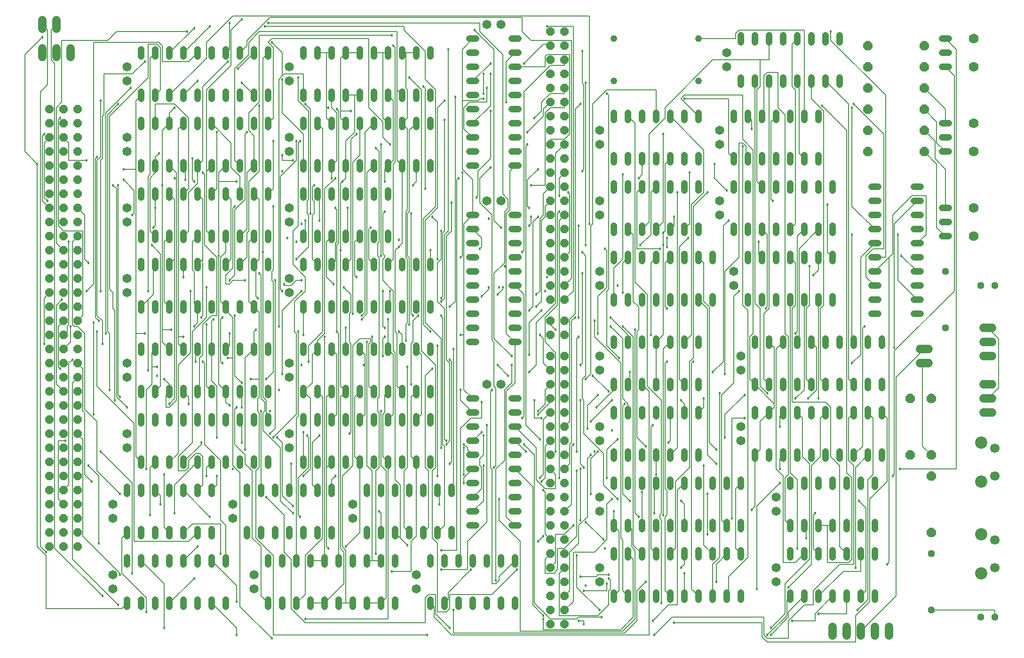
<source format=gbr>
G04 EAGLE Gerber RS-274X export*
G75*
%MOMM*%
%FSLAX34Y34*%
%LPD*%
%INTop Copper*%
%IPPOS*%
%AMOC8*
5,1,8,0,0,1.08239X$1,22.5*%
G01*
%ADD10C,1.219200*%
%ADD11C,1.219200*%
%ADD12P,1.814519X8X22.500000*%
%ADD13P,1.814519X8X202.500000*%
%ADD14C,1.778000*%
%ADD15C,1.651000*%
%ADD16C,1.524000*%
%ADD17P,1.814519X8X292.500000*%
%ADD18C,2.200000*%
%ADD19C,1.700000*%
%ADD20P,1.814519X8X112.500000*%
%ADD21P,1.319650X8X202.500000*%
%ADD22P,1.319650X8X292.500000*%
%ADD23P,1.649562X8X202.500000*%
%ADD24P,1.319650X8X112.500000*%
%ADD25P,1.649562X8X292.500000*%
%ADD26C,0.127000*%
%ADD27C,0.457200*%


D10*
X806704Y1092200D02*
X818896Y1092200D01*
X818896Y1066800D02*
X806704Y1066800D01*
X806704Y939800D02*
X818896Y939800D01*
X818896Y914400D02*
X806704Y914400D01*
X806704Y1041400D02*
X818896Y1041400D01*
X818896Y1016000D02*
X806704Y1016000D01*
X806704Y965200D02*
X818896Y965200D01*
X818896Y990600D02*
X806704Y990600D01*
X806704Y889000D02*
X818896Y889000D01*
X818896Y863600D02*
X806704Y863600D01*
X882904Y863600D02*
X895096Y863600D01*
X895096Y889000D02*
X882904Y889000D01*
X882904Y914400D02*
X895096Y914400D01*
X895096Y939800D02*
X882904Y939800D01*
X882904Y965200D02*
X895096Y965200D01*
X895096Y990600D02*
X882904Y990600D01*
X882904Y1016000D02*
X895096Y1016000D01*
X895096Y1041400D02*
X882904Y1041400D01*
X882904Y1066800D02*
X895096Y1066800D01*
X895096Y1092200D02*
X882904Y1092200D01*
X818896Y774700D02*
X806704Y774700D01*
X806704Y749300D02*
X818896Y749300D01*
X818896Y622300D02*
X806704Y622300D01*
X806704Y596900D02*
X818896Y596900D01*
X818896Y723900D02*
X806704Y723900D01*
X806704Y698500D02*
X818896Y698500D01*
X818896Y647700D02*
X806704Y647700D01*
X806704Y673100D02*
X818896Y673100D01*
X818896Y571500D02*
X806704Y571500D01*
X806704Y546100D02*
X818896Y546100D01*
X882904Y546100D02*
X895096Y546100D01*
X895096Y571500D02*
X882904Y571500D01*
X882904Y596900D02*
X895096Y596900D01*
X895096Y622300D02*
X882904Y622300D01*
X882904Y647700D02*
X895096Y647700D01*
X895096Y673100D02*
X882904Y673100D01*
X882904Y698500D02*
X895096Y698500D01*
X895096Y723900D02*
X882904Y723900D01*
X882904Y749300D02*
X895096Y749300D01*
X895096Y774700D02*
X882904Y774700D01*
X508000Y615696D02*
X508000Y603504D01*
X533400Y603504D02*
X533400Y615696D01*
X660400Y615696D02*
X660400Y603504D01*
X685800Y603504D02*
X685800Y615696D01*
X558800Y615696D02*
X558800Y603504D01*
X584200Y603504D02*
X584200Y615696D01*
X635000Y615696D02*
X635000Y603504D01*
X609600Y603504D02*
X609600Y615696D01*
X711200Y615696D02*
X711200Y603504D01*
X736600Y603504D02*
X736600Y615696D01*
X736600Y679704D02*
X736600Y691896D01*
X711200Y691896D02*
X711200Y679704D01*
X685800Y679704D02*
X685800Y691896D01*
X660400Y691896D02*
X660400Y679704D01*
X635000Y679704D02*
X635000Y691896D01*
X609600Y691896D02*
X609600Y679704D01*
X584200Y679704D02*
X584200Y691896D01*
X558800Y691896D02*
X558800Y679704D01*
X533400Y679704D02*
X533400Y691896D01*
X508000Y691896D02*
X508000Y679704D01*
X215900Y336296D02*
X215900Y324104D01*
X241300Y324104D02*
X241300Y336296D01*
X368300Y336296D02*
X368300Y324104D01*
X393700Y324104D02*
X393700Y336296D01*
X266700Y336296D02*
X266700Y324104D01*
X292100Y324104D02*
X292100Y336296D01*
X342900Y336296D02*
X342900Y324104D01*
X317500Y324104D02*
X317500Y336296D01*
X419100Y336296D02*
X419100Y324104D01*
X444500Y324104D02*
X444500Y336296D01*
X444500Y400304D02*
X444500Y412496D01*
X419100Y412496D02*
X419100Y400304D01*
X393700Y400304D02*
X393700Y412496D01*
X368300Y412496D02*
X368300Y400304D01*
X342900Y400304D02*
X342900Y412496D01*
X317500Y412496D02*
X317500Y400304D01*
X292100Y400304D02*
X292100Y412496D01*
X266700Y412496D02*
X266700Y400304D01*
X241300Y400304D02*
X241300Y412496D01*
X215900Y412496D02*
X215900Y400304D01*
X215900Y984504D02*
X215900Y996696D01*
X241300Y996696D02*
X241300Y984504D01*
X368300Y984504D02*
X368300Y996696D01*
X393700Y996696D02*
X393700Y984504D01*
X266700Y984504D02*
X266700Y996696D01*
X292100Y996696D02*
X292100Y984504D01*
X342900Y984504D02*
X342900Y996696D01*
X317500Y996696D02*
X317500Y984504D01*
X419100Y984504D02*
X419100Y996696D01*
X444500Y996696D02*
X444500Y984504D01*
X444500Y1060704D02*
X444500Y1072896D01*
X419100Y1072896D02*
X419100Y1060704D01*
X393700Y1060704D02*
X393700Y1072896D01*
X368300Y1072896D02*
X368300Y1060704D01*
X342900Y1060704D02*
X342900Y1072896D01*
X317500Y1072896D02*
X317500Y1060704D01*
X292100Y1060704D02*
X292100Y1072896D01*
X266700Y1072896D02*
X266700Y1060704D01*
X241300Y1060704D02*
X241300Y1072896D01*
X215900Y1072896D02*
X215900Y1060704D01*
X806704Y444500D02*
X818896Y444500D01*
X818896Y419100D02*
X806704Y419100D01*
X806704Y292100D02*
X818896Y292100D01*
X818896Y266700D02*
X806704Y266700D01*
X806704Y393700D02*
X818896Y393700D01*
X818896Y368300D02*
X806704Y368300D01*
X806704Y317500D02*
X818896Y317500D01*
X818896Y342900D02*
X806704Y342900D01*
X806704Y241300D02*
X818896Y241300D01*
X818896Y215900D02*
X806704Y215900D01*
X882904Y215900D02*
X895096Y215900D01*
X895096Y241300D02*
X882904Y241300D01*
X882904Y266700D02*
X895096Y266700D01*
X895096Y292100D02*
X882904Y292100D01*
X882904Y317500D02*
X895096Y317500D01*
X895096Y342900D02*
X882904Y342900D01*
X882904Y368300D02*
X895096Y368300D01*
X895096Y393700D02*
X882904Y393700D01*
X882904Y419100D02*
X895096Y419100D01*
X895096Y444500D02*
X882904Y444500D01*
X1066800Y221996D02*
X1066800Y209804D01*
X1092200Y209804D02*
X1092200Y221996D01*
X1219200Y221996D02*
X1219200Y209804D01*
X1244600Y209804D02*
X1244600Y221996D01*
X1117600Y221996D02*
X1117600Y209804D01*
X1143000Y209804D02*
X1143000Y221996D01*
X1193800Y221996D02*
X1193800Y209804D01*
X1168400Y209804D02*
X1168400Y221996D01*
X1270000Y221996D02*
X1270000Y209804D01*
X1295400Y209804D02*
X1295400Y221996D01*
X1295400Y286004D02*
X1295400Y298196D01*
X1270000Y298196D02*
X1270000Y286004D01*
X1244600Y286004D02*
X1244600Y298196D01*
X1219200Y298196D02*
X1219200Y286004D01*
X1193800Y286004D02*
X1193800Y298196D01*
X1168400Y298196D02*
X1168400Y286004D01*
X1143000Y286004D02*
X1143000Y298196D01*
X1117600Y298196D02*
X1117600Y286004D01*
X1092200Y286004D02*
X1092200Y298196D01*
X1066800Y298196D02*
X1066800Y286004D01*
X1066800Y94996D02*
X1066800Y82804D01*
X1092200Y82804D02*
X1092200Y94996D01*
X1219200Y94996D02*
X1219200Y82804D01*
X1244600Y82804D02*
X1244600Y94996D01*
X1117600Y94996D02*
X1117600Y82804D01*
X1143000Y82804D02*
X1143000Y94996D01*
X1193800Y94996D02*
X1193800Y82804D01*
X1168400Y82804D02*
X1168400Y94996D01*
X1270000Y94996D02*
X1270000Y82804D01*
X1295400Y82804D02*
X1295400Y94996D01*
X1295400Y159004D02*
X1295400Y171196D01*
X1270000Y171196D02*
X1270000Y159004D01*
X1244600Y159004D02*
X1244600Y171196D01*
X1219200Y171196D02*
X1219200Y159004D01*
X1193800Y159004D02*
X1193800Y171196D01*
X1168400Y171196D02*
X1168400Y159004D01*
X1143000Y159004D02*
X1143000Y171196D01*
X1117600Y171196D02*
X1117600Y159004D01*
X1092200Y159004D02*
X1092200Y171196D01*
X1066800Y171196D02*
X1066800Y159004D01*
X1295400Y1009904D02*
X1295400Y1022096D01*
X1320800Y1022096D02*
X1320800Y1009904D01*
X1447800Y1009904D02*
X1447800Y1022096D01*
X1473200Y1022096D02*
X1473200Y1009904D01*
X1346200Y1009904D02*
X1346200Y1022096D01*
X1371600Y1022096D02*
X1371600Y1009904D01*
X1422400Y1009904D02*
X1422400Y1022096D01*
X1397000Y1022096D02*
X1397000Y1009904D01*
X1473200Y1086104D02*
X1473200Y1098296D01*
X1447800Y1098296D02*
X1447800Y1086104D01*
X1422400Y1086104D02*
X1422400Y1098296D01*
X1397000Y1098296D02*
X1397000Y1086104D01*
X1371600Y1086104D02*
X1371600Y1098296D01*
X1346200Y1098296D02*
X1346200Y1086104D01*
X1320800Y1086104D02*
X1320800Y1098296D01*
X1295400Y1098296D02*
X1295400Y1086104D01*
X1282700Y755396D02*
X1282700Y743204D01*
X1308100Y743204D02*
X1308100Y755396D01*
X1435100Y755396D02*
X1435100Y743204D01*
X1460500Y743204D02*
X1460500Y755396D01*
X1333500Y755396D02*
X1333500Y743204D01*
X1358900Y743204D02*
X1358900Y755396D01*
X1409700Y755396D02*
X1409700Y743204D01*
X1384300Y743204D02*
X1384300Y755396D01*
X1460500Y819404D02*
X1460500Y831596D01*
X1435100Y831596D02*
X1435100Y819404D01*
X1409700Y819404D02*
X1409700Y831596D01*
X1384300Y831596D02*
X1384300Y819404D01*
X1358900Y819404D02*
X1358900Y831596D01*
X1333500Y831596D02*
X1333500Y819404D01*
X1308100Y819404D02*
X1308100Y831596D01*
X1282700Y831596D02*
X1282700Y819404D01*
X1320800Y475996D02*
X1320800Y463804D01*
X1346200Y463804D02*
X1346200Y475996D01*
X1473200Y475996D02*
X1473200Y463804D01*
X1498600Y463804D02*
X1498600Y475996D01*
X1371600Y475996D02*
X1371600Y463804D01*
X1397000Y463804D02*
X1397000Y475996D01*
X1447800Y475996D02*
X1447800Y463804D01*
X1422400Y463804D02*
X1422400Y475996D01*
X1524000Y475996D02*
X1524000Y463804D01*
X1549400Y463804D02*
X1549400Y475996D01*
X1549400Y540004D02*
X1549400Y552196D01*
X1524000Y552196D02*
X1524000Y540004D01*
X1498600Y540004D02*
X1498600Y552196D01*
X1473200Y552196D02*
X1473200Y540004D01*
X1447800Y540004D02*
X1447800Y552196D01*
X1422400Y552196D02*
X1422400Y540004D01*
X1397000Y540004D02*
X1397000Y552196D01*
X1371600Y552196D02*
X1371600Y540004D01*
X1346200Y540004D02*
X1346200Y552196D01*
X1320800Y552196D02*
X1320800Y540004D01*
X508000Y463296D02*
X508000Y451104D01*
X533400Y451104D02*
X533400Y463296D01*
X660400Y463296D02*
X660400Y451104D01*
X685800Y451104D02*
X685800Y463296D01*
X558800Y463296D02*
X558800Y451104D01*
X584200Y451104D02*
X584200Y463296D01*
X635000Y463296D02*
X635000Y451104D01*
X609600Y451104D02*
X609600Y463296D01*
X711200Y463296D02*
X711200Y451104D01*
X736600Y451104D02*
X736600Y463296D01*
X736600Y527304D02*
X736600Y539496D01*
X711200Y539496D02*
X711200Y527304D01*
X685800Y527304D02*
X685800Y539496D01*
X660400Y539496D02*
X660400Y527304D01*
X635000Y527304D02*
X635000Y539496D01*
X609600Y539496D02*
X609600Y527304D01*
X584200Y527304D02*
X584200Y539496D01*
X558800Y539496D02*
X558800Y527304D01*
X533400Y527304D02*
X533400Y539496D01*
X508000Y539496D02*
X508000Y527304D01*
X190500Y82296D02*
X190500Y70104D01*
X215900Y70104D02*
X215900Y82296D01*
X342900Y82296D02*
X342900Y70104D01*
X368300Y70104D02*
X368300Y82296D01*
X241300Y82296D02*
X241300Y70104D01*
X266700Y70104D02*
X266700Y82296D01*
X317500Y82296D02*
X317500Y70104D01*
X292100Y70104D02*
X292100Y82296D01*
X368300Y146304D02*
X368300Y158496D01*
X342900Y158496D02*
X342900Y146304D01*
X317500Y146304D02*
X317500Y158496D01*
X292100Y158496D02*
X292100Y146304D01*
X266700Y146304D02*
X266700Y158496D01*
X241300Y158496D02*
X241300Y146304D01*
X215900Y146304D02*
X215900Y158496D01*
X190500Y158496D02*
X190500Y146304D01*
X1066800Y616204D02*
X1066800Y628396D01*
X1092200Y628396D02*
X1092200Y616204D01*
X1219200Y616204D02*
X1219200Y628396D01*
X1244600Y628396D02*
X1244600Y616204D01*
X1117600Y616204D02*
X1117600Y628396D01*
X1143000Y628396D02*
X1143000Y616204D01*
X1193800Y616204D02*
X1193800Y628396D01*
X1168400Y628396D02*
X1168400Y616204D01*
X1244600Y692404D02*
X1244600Y704596D01*
X1219200Y704596D02*
X1219200Y692404D01*
X1193800Y692404D02*
X1193800Y704596D01*
X1168400Y704596D02*
X1168400Y692404D01*
X1143000Y692404D02*
X1143000Y704596D01*
X1117600Y704596D02*
X1117600Y692404D01*
X1092200Y692404D02*
X1092200Y704596D01*
X1066800Y704596D02*
X1066800Y692404D01*
X508000Y336296D02*
X508000Y324104D01*
X533400Y324104D02*
X533400Y336296D01*
X660400Y336296D02*
X660400Y324104D01*
X685800Y324104D02*
X685800Y336296D01*
X558800Y336296D02*
X558800Y324104D01*
X584200Y324104D02*
X584200Y336296D01*
X635000Y336296D02*
X635000Y324104D01*
X609600Y324104D02*
X609600Y336296D01*
X711200Y336296D02*
X711200Y324104D01*
X736600Y324104D02*
X736600Y336296D01*
X736600Y400304D02*
X736600Y412496D01*
X711200Y412496D02*
X711200Y400304D01*
X685800Y400304D02*
X685800Y412496D01*
X660400Y412496D02*
X660400Y400304D01*
X635000Y400304D02*
X635000Y412496D01*
X609600Y412496D02*
X609600Y400304D01*
X584200Y400304D02*
X584200Y412496D01*
X558800Y412496D02*
X558800Y400304D01*
X533400Y400304D02*
X533400Y412496D01*
X508000Y412496D02*
X508000Y400304D01*
X1066800Y870204D02*
X1066800Y882396D01*
X1092200Y882396D02*
X1092200Y870204D01*
X1219200Y870204D02*
X1219200Y882396D01*
X1219200Y946404D02*
X1219200Y958596D01*
X1117600Y882396D02*
X1117600Y870204D01*
X1143000Y870204D02*
X1143000Y882396D01*
X1193800Y882396D02*
X1193800Y870204D01*
X1168400Y870204D02*
X1168400Y882396D01*
X1193800Y946404D02*
X1193800Y958596D01*
X1168400Y958596D02*
X1168400Y946404D01*
X1143000Y946404D02*
X1143000Y958596D01*
X1117600Y958596D02*
X1117600Y946404D01*
X1092200Y946404D02*
X1092200Y958596D01*
X1066800Y958596D02*
X1066800Y946404D01*
X406400Y209296D02*
X406400Y197104D01*
X431800Y197104D02*
X431800Y209296D01*
X558800Y209296D02*
X558800Y197104D01*
X558800Y273304D02*
X558800Y285496D01*
X457200Y209296D02*
X457200Y197104D01*
X482600Y197104D02*
X482600Y209296D01*
X533400Y209296D02*
X533400Y197104D01*
X508000Y197104D02*
X508000Y209296D01*
X533400Y273304D02*
X533400Y285496D01*
X508000Y285496D02*
X508000Y273304D01*
X482600Y273304D02*
X482600Y285496D01*
X457200Y285496D02*
X457200Y273304D01*
X431800Y273304D02*
X431800Y285496D01*
X406400Y285496D02*
X406400Y273304D01*
X508000Y730504D02*
X508000Y742696D01*
X533400Y742696D02*
X533400Y730504D01*
X660400Y730504D02*
X660400Y742696D01*
X660400Y806704D02*
X660400Y818896D01*
X558800Y742696D02*
X558800Y730504D01*
X584200Y730504D02*
X584200Y742696D01*
X635000Y742696D02*
X635000Y730504D01*
X609600Y730504D02*
X609600Y742696D01*
X635000Y806704D02*
X635000Y818896D01*
X609600Y818896D02*
X609600Y806704D01*
X584200Y806704D02*
X584200Y818896D01*
X558800Y818896D02*
X558800Y806704D01*
X533400Y806704D02*
X533400Y818896D01*
X508000Y818896D02*
X508000Y806704D01*
D11*
X1066800Y1016000D03*
X1219200Y1016000D03*
X1219200Y1092200D03*
X1066800Y1092200D03*
D10*
X1320800Y348996D02*
X1320800Y336804D01*
X1346200Y336804D02*
X1346200Y348996D01*
X1473200Y348996D02*
X1473200Y336804D01*
X1498600Y336804D02*
X1498600Y348996D01*
X1371600Y348996D02*
X1371600Y336804D01*
X1397000Y336804D02*
X1397000Y348996D01*
X1447800Y348996D02*
X1447800Y336804D01*
X1422400Y336804D02*
X1422400Y348996D01*
X1524000Y348996D02*
X1524000Y336804D01*
X1549400Y336804D02*
X1549400Y348996D01*
X1549400Y413004D02*
X1549400Y425196D01*
X1524000Y425196D02*
X1524000Y413004D01*
X1498600Y413004D02*
X1498600Y425196D01*
X1473200Y425196D02*
X1473200Y413004D01*
X1447800Y413004D02*
X1447800Y425196D01*
X1422400Y425196D02*
X1422400Y413004D01*
X1397000Y413004D02*
X1397000Y425196D01*
X1371600Y425196D02*
X1371600Y413004D01*
X1346200Y413004D02*
X1346200Y425196D01*
X1320800Y425196D02*
X1320800Y413004D01*
X1066800Y743204D02*
X1066800Y755396D01*
X1092200Y755396D02*
X1092200Y743204D01*
X1219200Y743204D02*
X1219200Y755396D01*
X1219200Y819404D02*
X1219200Y831596D01*
X1117600Y755396D02*
X1117600Y743204D01*
X1143000Y743204D02*
X1143000Y755396D01*
X1193800Y755396D02*
X1193800Y743204D01*
X1168400Y743204D02*
X1168400Y755396D01*
X1193800Y819404D02*
X1193800Y831596D01*
X1168400Y831596D02*
X1168400Y819404D01*
X1143000Y819404D02*
X1143000Y831596D01*
X1117600Y831596D02*
X1117600Y819404D01*
X1092200Y819404D02*
X1092200Y831596D01*
X1066800Y831596D02*
X1066800Y819404D01*
X1282700Y870204D02*
X1282700Y882396D01*
X1308100Y882396D02*
X1308100Y870204D01*
X1435100Y870204D02*
X1435100Y882396D01*
X1435100Y946404D02*
X1435100Y958596D01*
X1333500Y882396D02*
X1333500Y870204D01*
X1358900Y870204D02*
X1358900Y882396D01*
X1409700Y882396D02*
X1409700Y870204D01*
X1384300Y870204D02*
X1384300Y882396D01*
X1409700Y946404D02*
X1409700Y958596D01*
X1384300Y958596D02*
X1384300Y946404D01*
X1358900Y946404D02*
X1358900Y958596D01*
X1333500Y958596D02*
X1333500Y946404D01*
X1308100Y946404D02*
X1308100Y958596D01*
X1282700Y958596D02*
X1282700Y946404D01*
D12*
X1524000Y927100D03*
X1625600Y927100D03*
D13*
X1625600Y889000D03*
X1524000Y889000D03*
D10*
X190500Y209296D02*
X190500Y197104D01*
X215900Y197104D02*
X215900Y209296D01*
X342900Y209296D02*
X342900Y197104D01*
X342900Y273304D02*
X342900Y285496D01*
X241300Y209296D02*
X241300Y197104D01*
X266700Y197104D02*
X266700Y209296D01*
X317500Y209296D02*
X317500Y197104D01*
X292100Y197104D02*
X292100Y209296D01*
X317500Y273304D02*
X317500Y285496D01*
X292100Y285496D02*
X292100Y273304D01*
X266700Y273304D02*
X266700Y285496D01*
X241300Y285496D02*
X241300Y273304D01*
X215900Y273304D02*
X215900Y285496D01*
X190500Y285496D02*
X190500Y273304D01*
X1384300Y221996D02*
X1384300Y209804D01*
X1409700Y209804D02*
X1409700Y221996D01*
X1536700Y221996D02*
X1536700Y209804D01*
X1536700Y286004D02*
X1536700Y298196D01*
X1435100Y221996D02*
X1435100Y209804D01*
X1460500Y209804D02*
X1460500Y221996D01*
X1511300Y221996D02*
X1511300Y209804D01*
X1485900Y209804D02*
X1485900Y221996D01*
X1511300Y286004D02*
X1511300Y298196D01*
X1485900Y298196D02*
X1485900Y286004D01*
X1460500Y286004D02*
X1460500Y298196D01*
X1435100Y298196D02*
X1435100Y286004D01*
X1409700Y286004D02*
X1409700Y298196D01*
X1384300Y298196D02*
X1384300Y286004D01*
D12*
X1524000Y1079500D03*
X1625600Y1079500D03*
X1524000Y1041400D03*
X1625600Y1041400D03*
D10*
X1657604Y1092200D02*
X1669796Y1092200D01*
X1669796Y1066800D02*
X1657604Y1066800D01*
X1657604Y1041400D02*
X1669796Y1041400D01*
D14*
X1714500Y1092200D03*
X1714500Y1041400D03*
D12*
X1524000Y1003300D03*
X1625600Y1003300D03*
D13*
X1625600Y965200D03*
X1524000Y965200D03*
D10*
X1657604Y939800D02*
X1669796Y939800D01*
X1669796Y914400D02*
X1657604Y914400D01*
X1657604Y889000D02*
X1669796Y889000D01*
D14*
X1714500Y939800D03*
X1714500Y889000D03*
D10*
X736600Y82296D02*
X736600Y70104D01*
X762000Y70104D02*
X762000Y82296D01*
X889000Y82296D02*
X889000Y70104D01*
X889000Y146304D02*
X889000Y158496D01*
X787400Y82296D02*
X787400Y70104D01*
X812800Y70104D02*
X812800Y82296D01*
X863600Y82296D02*
X863600Y70104D01*
X838200Y70104D02*
X838200Y82296D01*
X863600Y146304D02*
X863600Y158496D01*
X838200Y158496D02*
X838200Y146304D01*
X812800Y146304D02*
X812800Y158496D01*
X787400Y158496D02*
X787400Y146304D01*
X762000Y146304D02*
X762000Y158496D01*
X736600Y158496D02*
X736600Y146304D01*
X1066800Y463804D02*
X1066800Y475996D01*
X1092200Y475996D02*
X1092200Y463804D01*
X1219200Y463804D02*
X1219200Y475996D01*
X1219200Y540004D02*
X1219200Y552196D01*
X1117600Y475996D02*
X1117600Y463804D01*
X1143000Y463804D02*
X1143000Y475996D01*
X1193800Y475996D02*
X1193800Y463804D01*
X1168400Y463804D02*
X1168400Y475996D01*
X1193800Y540004D02*
X1193800Y552196D01*
X1168400Y552196D02*
X1168400Y540004D01*
X1143000Y540004D02*
X1143000Y552196D01*
X1117600Y552196D02*
X1117600Y540004D01*
X1092200Y540004D02*
X1092200Y552196D01*
X1066800Y552196D02*
X1066800Y540004D01*
X508000Y984504D02*
X508000Y996696D01*
X533400Y996696D02*
X533400Y984504D01*
X660400Y984504D02*
X660400Y996696D01*
X685800Y996696D02*
X685800Y984504D01*
X558800Y984504D02*
X558800Y996696D01*
X584200Y996696D02*
X584200Y984504D01*
X635000Y984504D02*
X635000Y996696D01*
X609600Y996696D02*
X609600Y984504D01*
X711200Y984504D02*
X711200Y996696D01*
X736600Y996696D02*
X736600Y984504D01*
X736600Y1060704D02*
X736600Y1072896D01*
X711200Y1072896D02*
X711200Y1060704D01*
X685800Y1060704D02*
X685800Y1072896D01*
X660400Y1072896D02*
X660400Y1060704D01*
X635000Y1060704D02*
X635000Y1072896D01*
X609600Y1072896D02*
X609600Y1060704D01*
X584200Y1060704D02*
X584200Y1072896D01*
X558800Y1072896D02*
X558800Y1060704D01*
X533400Y1060704D02*
X533400Y1072896D01*
X508000Y1072896D02*
X508000Y1060704D01*
X508000Y869696D02*
X508000Y857504D01*
X533400Y857504D02*
X533400Y869696D01*
X660400Y869696D02*
X660400Y857504D01*
X685800Y857504D02*
X685800Y869696D01*
X558800Y869696D02*
X558800Y857504D01*
X584200Y857504D02*
X584200Y869696D01*
X635000Y869696D02*
X635000Y857504D01*
X609600Y857504D02*
X609600Y869696D01*
X711200Y869696D02*
X711200Y857504D01*
X736600Y857504D02*
X736600Y869696D01*
X736600Y933704D02*
X736600Y945896D01*
X711200Y945896D02*
X711200Y933704D01*
X685800Y933704D02*
X685800Y945896D01*
X660400Y945896D02*
X660400Y933704D01*
X635000Y933704D02*
X635000Y945896D01*
X609600Y945896D02*
X609600Y933704D01*
X584200Y933704D02*
X584200Y945896D01*
X558800Y945896D02*
X558800Y933704D01*
X533400Y933704D02*
X533400Y945896D01*
X508000Y945896D02*
X508000Y933704D01*
X1066800Y348996D02*
X1066800Y336804D01*
X1092200Y336804D02*
X1092200Y348996D01*
X1219200Y348996D02*
X1219200Y336804D01*
X1219200Y413004D02*
X1219200Y425196D01*
X1117600Y348996D02*
X1117600Y336804D01*
X1143000Y336804D02*
X1143000Y348996D01*
X1193800Y348996D02*
X1193800Y336804D01*
X1168400Y336804D02*
X1168400Y348996D01*
X1193800Y413004D02*
X1193800Y425196D01*
X1168400Y425196D02*
X1168400Y413004D01*
X1143000Y413004D02*
X1143000Y425196D01*
X1117600Y425196D02*
X1117600Y413004D01*
X1092200Y413004D02*
X1092200Y425196D01*
X1066800Y425196D02*
X1066800Y413004D01*
X1308100Y616204D02*
X1308100Y628396D01*
X1333500Y628396D02*
X1333500Y616204D01*
X1460500Y616204D02*
X1460500Y628396D01*
X1460500Y692404D02*
X1460500Y704596D01*
X1358900Y628396D02*
X1358900Y616204D01*
X1384300Y616204D02*
X1384300Y628396D01*
X1435100Y628396D02*
X1435100Y616204D01*
X1409700Y616204D02*
X1409700Y628396D01*
X1435100Y692404D02*
X1435100Y704596D01*
X1409700Y704596D02*
X1409700Y692404D01*
X1384300Y692404D02*
X1384300Y704596D01*
X1358900Y704596D02*
X1358900Y692404D01*
X1333500Y692404D02*
X1333500Y704596D01*
X1308100Y704596D02*
X1308100Y692404D01*
X215900Y857504D02*
X215900Y869696D01*
X241300Y869696D02*
X241300Y857504D01*
X368300Y857504D02*
X368300Y869696D01*
X393700Y869696D02*
X393700Y857504D01*
X266700Y857504D02*
X266700Y869696D01*
X292100Y869696D02*
X292100Y857504D01*
X342900Y857504D02*
X342900Y869696D01*
X317500Y869696D02*
X317500Y857504D01*
X419100Y857504D02*
X419100Y869696D01*
X444500Y869696D02*
X444500Y857504D01*
X444500Y933704D02*
X444500Y945896D01*
X419100Y945896D02*
X419100Y933704D01*
X393700Y933704D02*
X393700Y945896D01*
X368300Y945896D02*
X368300Y933704D01*
X342900Y933704D02*
X342900Y945896D01*
X317500Y945896D02*
X317500Y933704D01*
X292100Y933704D02*
X292100Y945896D01*
X266700Y945896D02*
X266700Y933704D01*
X241300Y933704D02*
X241300Y945896D01*
X215900Y945896D02*
X215900Y933704D01*
X215900Y742696D02*
X215900Y730504D01*
X241300Y730504D02*
X241300Y742696D01*
X368300Y742696D02*
X368300Y730504D01*
X393700Y730504D02*
X393700Y742696D01*
X266700Y742696D02*
X266700Y730504D01*
X292100Y730504D02*
X292100Y742696D01*
X342900Y742696D02*
X342900Y730504D01*
X317500Y730504D02*
X317500Y742696D01*
X419100Y742696D02*
X419100Y730504D01*
X444500Y730504D02*
X444500Y742696D01*
X444500Y806704D02*
X444500Y818896D01*
X419100Y818896D02*
X419100Y806704D01*
X393700Y806704D02*
X393700Y818896D01*
X368300Y818896D02*
X368300Y806704D01*
X342900Y806704D02*
X342900Y818896D01*
X317500Y818896D02*
X317500Y806704D01*
X292100Y806704D02*
X292100Y818896D01*
X266700Y818896D02*
X266700Y806704D01*
X241300Y806704D02*
X241300Y818896D01*
X215900Y818896D02*
X215900Y806704D01*
X215900Y615696D02*
X215900Y603504D01*
X241300Y603504D02*
X241300Y615696D01*
X368300Y615696D02*
X368300Y603504D01*
X393700Y603504D02*
X393700Y615696D01*
X266700Y615696D02*
X266700Y603504D01*
X292100Y603504D02*
X292100Y615696D01*
X342900Y615696D02*
X342900Y603504D01*
X317500Y603504D02*
X317500Y615696D01*
X419100Y615696D02*
X419100Y603504D01*
X444500Y603504D02*
X444500Y615696D01*
X444500Y679704D02*
X444500Y691896D01*
X419100Y691896D02*
X419100Y679704D01*
X393700Y679704D02*
X393700Y691896D01*
X368300Y691896D02*
X368300Y679704D01*
X342900Y679704D02*
X342900Y691896D01*
X317500Y691896D02*
X317500Y679704D01*
X292100Y679704D02*
X292100Y691896D01*
X266700Y691896D02*
X266700Y679704D01*
X241300Y679704D02*
X241300Y691896D01*
X215900Y691896D02*
X215900Y679704D01*
D15*
X1041400Y139700D03*
X1041400Y114300D03*
X1041400Y266700D03*
X1041400Y241300D03*
X1041400Y393700D03*
X1041400Y368300D03*
X419100Y127000D03*
X419100Y101600D03*
X1282700Y673100D03*
X1282700Y647700D03*
X1295400Y520700D03*
X1295400Y495300D03*
X1041400Y673100D03*
X1041400Y647700D03*
X1041400Y800100D03*
X1041400Y774700D03*
X838200Y469900D03*
X863600Y469900D03*
X482600Y381000D03*
X482600Y355600D03*
X863600Y1117600D03*
X838200Y1117600D03*
X381000Y254000D03*
X381000Y228600D03*
X838200Y800100D03*
X863600Y800100D03*
X711200Y101600D03*
X711200Y127000D03*
X482600Y508000D03*
X482600Y482600D03*
X482600Y660400D03*
X482600Y635000D03*
X482600Y787400D03*
X482600Y762000D03*
X482600Y914400D03*
X482600Y889000D03*
X190500Y1041400D03*
X190500Y1016000D03*
X482600Y1041400D03*
X482600Y1016000D03*
X190500Y914400D03*
X190500Y889000D03*
X190500Y787400D03*
X190500Y762000D03*
X190500Y660400D03*
X190500Y635000D03*
X190500Y508000D03*
X190500Y482600D03*
D10*
X215900Y463296D02*
X215900Y451104D01*
X241300Y451104D02*
X241300Y463296D01*
X368300Y463296D02*
X368300Y451104D01*
X393700Y451104D02*
X393700Y463296D01*
X266700Y463296D02*
X266700Y451104D01*
X292100Y451104D02*
X292100Y463296D01*
X342900Y463296D02*
X342900Y451104D01*
X317500Y451104D02*
X317500Y463296D01*
X419100Y463296D02*
X419100Y451104D01*
X444500Y451104D02*
X444500Y463296D01*
X444500Y527304D02*
X444500Y539496D01*
X419100Y539496D02*
X419100Y527304D01*
X393700Y527304D02*
X393700Y539496D01*
X368300Y539496D02*
X368300Y527304D01*
X342900Y527304D02*
X342900Y539496D01*
X317500Y539496D02*
X317500Y527304D01*
X292100Y527304D02*
X292100Y539496D01*
X266700Y539496D02*
X266700Y527304D01*
X241300Y527304D02*
X241300Y539496D01*
X215900Y539496D02*
X215900Y527304D01*
X444500Y82296D02*
X444500Y70104D01*
X469900Y70104D02*
X469900Y82296D01*
X596900Y82296D02*
X596900Y70104D01*
X622300Y70104D02*
X622300Y82296D01*
X495300Y82296D02*
X495300Y70104D01*
X520700Y70104D02*
X520700Y82296D01*
X571500Y82296D02*
X571500Y70104D01*
X546100Y70104D02*
X546100Y82296D01*
X647700Y82296D02*
X647700Y70104D01*
X673100Y70104D02*
X673100Y82296D01*
X673100Y146304D02*
X673100Y158496D01*
X647700Y158496D02*
X647700Y146304D01*
X622300Y146304D02*
X622300Y158496D01*
X596900Y158496D02*
X596900Y146304D01*
X571500Y146304D02*
X571500Y158496D01*
X546100Y158496D02*
X546100Y146304D01*
X520700Y146304D02*
X520700Y158496D01*
X495300Y158496D02*
X495300Y146304D01*
X469900Y146304D02*
X469900Y158496D01*
X444500Y158496D02*
X444500Y146304D01*
D15*
X1295400Y393700D03*
X1295400Y368300D03*
X1041400Y520700D03*
X1041400Y495300D03*
X190500Y381000D03*
X190500Y355600D03*
X165100Y254000D03*
X165100Y228600D03*
X165100Y127000D03*
X165100Y101600D03*
X1358900Y266700D03*
X1358900Y241300D03*
X1041400Y927100D03*
X1041400Y901700D03*
X1257300Y927100D03*
X1257300Y901700D03*
X1257300Y800100D03*
X1257300Y774700D03*
X1270000Y1066800D03*
X1270000Y1041400D03*
D10*
X1657604Y787400D02*
X1669796Y787400D01*
X1669796Y762000D02*
X1657604Y762000D01*
X1657604Y736600D02*
X1669796Y736600D01*
D14*
X1714500Y787400D03*
X1714500Y736600D03*
D10*
X1384300Y94996D02*
X1384300Y82804D01*
X1409700Y82804D02*
X1409700Y94996D01*
X1536700Y94996D02*
X1536700Y82804D01*
X1536700Y159004D02*
X1536700Y171196D01*
X1435100Y94996D02*
X1435100Y82804D01*
X1460500Y82804D02*
X1460500Y94996D01*
X1511300Y94996D02*
X1511300Y82804D01*
X1485900Y82804D02*
X1485900Y94996D01*
X1511300Y159004D02*
X1511300Y171196D01*
X1485900Y171196D02*
X1485900Y159004D01*
X1460500Y159004D02*
X1460500Y171196D01*
X1435100Y171196D02*
X1435100Y159004D01*
X1409700Y159004D02*
X1409700Y171196D01*
X1384300Y171196D02*
X1384300Y159004D01*
D16*
X1460500Y33020D02*
X1460500Y17780D01*
X1485900Y17780D02*
X1485900Y33020D01*
X1511300Y33020D02*
X1511300Y17780D01*
X1536700Y17780D02*
X1536700Y33020D01*
X1562100Y33020D02*
X1562100Y17780D01*
D15*
X1358900Y139700D03*
X1358900Y114300D03*
D17*
X1638300Y444500D03*
X1638300Y342900D03*
D10*
X622300Y209296D02*
X622300Y197104D01*
X647700Y197104D02*
X647700Y209296D01*
X774700Y209296D02*
X774700Y197104D01*
X774700Y273304D02*
X774700Y285496D01*
X673100Y209296D02*
X673100Y197104D01*
X698500Y197104D02*
X698500Y209296D01*
X749300Y209296D02*
X749300Y197104D01*
X723900Y197104D02*
X723900Y209296D01*
X749300Y273304D02*
X749300Y285496D01*
X723900Y285496D02*
X723900Y273304D01*
X698500Y273304D02*
X698500Y285496D01*
X673100Y285496D02*
X673100Y273304D01*
X647700Y273304D02*
X647700Y285496D01*
X622300Y285496D02*
X622300Y273304D01*
D18*
X1727600Y295200D03*
X1727600Y365200D03*
D19*
X1752600Y305200D03*
X1752600Y355200D03*
D20*
X1600200Y342900D03*
X1600200Y444500D03*
D18*
X1727600Y130100D03*
X1727600Y200100D03*
D19*
X1752600Y140100D03*
X1752600Y190100D03*
D20*
X1638300Y203200D03*
X1638300Y304800D03*
D21*
X1752600Y647700D03*
X1727200Y647700D03*
D22*
X1663700Y673100D03*
X1663700Y571500D03*
D15*
X596900Y228600D03*
X596900Y254000D03*
D23*
X50800Y177800D03*
X50800Y203200D03*
X50800Y228600D03*
X50800Y254000D03*
X50800Y279400D03*
X50800Y304800D03*
X50800Y330200D03*
X50800Y355600D03*
X50800Y381000D03*
X50800Y406400D03*
X50800Y431800D03*
X50800Y457200D03*
X50800Y482600D03*
X50800Y508000D03*
X50800Y533400D03*
X50800Y558800D03*
X76200Y177800D03*
X76200Y203200D03*
X76200Y228600D03*
X76200Y254000D03*
X76200Y279400D03*
X76200Y304800D03*
X76200Y330200D03*
X76200Y355600D03*
X76200Y381000D03*
X76200Y406400D03*
X76200Y431800D03*
X76200Y457200D03*
X76200Y482600D03*
X76200Y508000D03*
X76200Y533400D03*
X76200Y558800D03*
X101600Y177800D03*
X101600Y203200D03*
X101600Y228600D03*
X101600Y254000D03*
X101600Y279400D03*
X101600Y304800D03*
X101600Y330200D03*
X101600Y355600D03*
X101600Y381000D03*
X101600Y406400D03*
X101600Y431800D03*
X101600Y457200D03*
X101600Y482600D03*
X101600Y508000D03*
X101600Y533400D03*
X101600Y558800D03*
X50800Y584200D03*
X50800Y609600D03*
X50800Y635000D03*
X50800Y660400D03*
X50800Y685800D03*
X50800Y711200D03*
X50800Y736600D03*
X50800Y762000D03*
X50800Y787400D03*
X50800Y812800D03*
X50800Y838200D03*
X50800Y863600D03*
X50800Y889000D03*
X50800Y914400D03*
X50800Y939800D03*
X50800Y965200D03*
X76200Y584200D03*
X76200Y609600D03*
X76200Y635000D03*
X76200Y660400D03*
X76200Y685800D03*
X76200Y711200D03*
X76200Y736600D03*
X76200Y762000D03*
X76200Y787400D03*
X76200Y812800D03*
X76200Y838200D03*
X76200Y863600D03*
X76200Y889000D03*
X76200Y914400D03*
X76200Y939800D03*
X76200Y965200D03*
X101600Y584200D03*
X101600Y609600D03*
X101600Y635000D03*
X101600Y660400D03*
X101600Y685800D03*
X101600Y711200D03*
X101600Y736600D03*
X101600Y762000D03*
X101600Y787400D03*
X101600Y812800D03*
X101600Y838200D03*
X101600Y863600D03*
X101600Y889000D03*
X101600Y914400D03*
X101600Y939800D03*
X101600Y965200D03*
D21*
X1752600Y50800D03*
X1727200Y50800D03*
D24*
X1638300Y63500D03*
X1638300Y165100D03*
D25*
X952500Y1104900D03*
X952500Y1079500D03*
X952500Y1054100D03*
X952500Y1028700D03*
X952500Y1003300D03*
X952500Y977900D03*
X977900Y1104900D03*
X977900Y1079500D03*
X977900Y1054100D03*
X977900Y1028700D03*
X977900Y1003300D03*
X977900Y977900D03*
X952500Y952500D03*
X977900Y952500D03*
X952500Y927100D03*
X952500Y901700D03*
X952500Y876300D03*
X952500Y850900D03*
X952500Y825500D03*
X952500Y800100D03*
X977900Y927100D03*
X977900Y901700D03*
X977900Y876300D03*
X977900Y850900D03*
X977900Y825500D03*
X977900Y800100D03*
X952500Y774700D03*
X977900Y774700D03*
X952500Y749300D03*
X952500Y723900D03*
X952500Y698500D03*
X952500Y673100D03*
X952500Y647700D03*
X952500Y622300D03*
X977900Y749300D03*
X977900Y723900D03*
X977900Y698500D03*
X977900Y673100D03*
X977900Y647700D03*
X977900Y622300D03*
X952500Y520700D03*
X952500Y495300D03*
X952500Y469900D03*
X952500Y444500D03*
X952500Y419100D03*
X952500Y393700D03*
X977900Y520700D03*
X977900Y495300D03*
X977900Y469900D03*
X977900Y444500D03*
X977900Y419100D03*
X977900Y393700D03*
X952500Y368300D03*
X977900Y368300D03*
X952500Y342900D03*
X952500Y317500D03*
X952500Y292100D03*
X952500Y266700D03*
X952500Y241300D03*
X952500Y215900D03*
X977900Y342900D03*
X977900Y317500D03*
X977900Y292100D03*
X977900Y266700D03*
X977900Y241300D03*
X977900Y215900D03*
X952500Y190500D03*
X977900Y190500D03*
X952500Y165100D03*
X952500Y139700D03*
X952500Y114300D03*
X952500Y88900D03*
X952500Y63500D03*
X952500Y38100D03*
X977900Y165100D03*
X977900Y139700D03*
X977900Y114300D03*
X977900Y88900D03*
X977900Y63500D03*
X977900Y38100D03*
X952500Y584200D03*
X977900Y584200D03*
X952500Y558800D03*
X977900Y558800D03*
D10*
X1530604Y825500D02*
X1542796Y825500D01*
X1542796Y800100D02*
X1530604Y800100D01*
X1530604Y673100D02*
X1542796Y673100D01*
X1542796Y647700D02*
X1530604Y647700D01*
X1530604Y774700D02*
X1542796Y774700D01*
X1542796Y749300D02*
X1530604Y749300D01*
X1530604Y698500D02*
X1542796Y698500D01*
X1542796Y723900D02*
X1530604Y723900D01*
X1530604Y622300D02*
X1542796Y622300D01*
X1542796Y596900D02*
X1530604Y596900D01*
X1606804Y596900D02*
X1618996Y596900D01*
X1618996Y622300D02*
X1606804Y622300D01*
X1606804Y647700D02*
X1618996Y647700D01*
X1618996Y673100D02*
X1606804Y673100D01*
X1606804Y698500D02*
X1618996Y698500D01*
X1618996Y723900D02*
X1606804Y723900D01*
X1606804Y749300D02*
X1618996Y749300D01*
X1618996Y774700D02*
X1606804Y774700D01*
X1606804Y800100D02*
X1618996Y800100D01*
X1618996Y825500D02*
X1606804Y825500D01*
D16*
X88900Y1059180D02*
X88900Y1074420D01*
X63500Y1074420D02*
X63500Y1059180D01*
X38100Y1059180D02*
X38100Y1074420D01*
X1732280Y520700D02*
X1747520Y520700D01*
X1747520Y546100D02*
X1732280Y546100D01*
X1732280Y571500D02*
X1747520Y571500D01*
X1747520Y469900D02*
X1732280Y469900D01*
X1732280Y444500D02*
X1747520Y444500D01*
X1747520Y419100D02*
X1732280Y419100D01*
X1633220Y508000D02*
X1617980Y508000D01*
X1617980Y533400D02*
X1633220Y533400D01*
X63500Y1109980D02*
X63500Y1125220D01*
X38100Y1125220D02*
X38100Y1109980D01*
D26*
X1422400Y546100D02*
X1431925Y536575D01*
X1431925Y460375D01*
X1416050Y444500D01*
X1038225Y450850D02*
X1019175Y431800D01*
X1019175Y390525D01*
D27*
X1416050Y444500D03*
X1038225Y450850D03*
X1019175Y390525D03*
D26*
X990600Y584200D02*
X996950Y590550D01*
X990600Y584200D02*
X990600Y365125D01*
X987425Y361950D01*
X987425Y327025D01*
X977900Y317500D01*
D27*
X996950Y590550D03*
D26*
X1266825Y415925D02*
X1301750Y450850D01*
X1266825Y415925D02*
X1266825Y374650D01*
X1038225Y349250D02*
X1025525Y336550D01*
X1025525Y273050D01*
D27*
X1301750Y450850D03*
X1266825Y374650D03*
X1038225Y349250D03*
X1025525Y273050D03*
X1063625Y387350D03*
D26*
X1524000Y419100D02*
X1533525Y409575D01*
X1533525Y307975D01*
X1524000Y298450D01*
X1524000Y82550D01*
X1504950Y63500D01*
X1041400Y63500D02*
X1000125Y104775D01*
X1000125Y161925D01*
D27*
X1504950Y63500D03*
X1041400Y63500D03*
X1000125Y161925D03*
D26*
X1323975Y250825D02*
X1365250Y292100D01*
X1323975Y250825D02*
X1323975Y101600D01*
D27*
X1365250Y292100D03*
X1323975Y101600D03*
D26*
X1365250Y336550D02*
X1371600Y342900D01*
X1365250Y336550D02*
X1365250Y317500D01*
X1063625Y263525D02*
X1054100Y254000D01*
X1054100Y190500D01*
X1031875Y168275D01*
X993775Y168275D01*
X993775Y79375D01*
X977900Y63500D01*
D27*
X1365250Y317500D03*
X1063625Y263525D03*
D26*
X1000125Y552450D02*
X1003300Y555625D01*
X1000125Y552450D02*
X1000125Y349250D01*
D27*
X1003300Y555625D03*
X1000125Y349250D03*
D26*
X1054100Y352425D02*
X1073150Y371475D01*
X1054100Y352425D02*
X1054100Y301625D01*
D27*
X1073150Y371475D03*
X1054100Y301625D03*
D26*
X1365250Y412750D02*
X1371600Y419100D01*
X1365250Y412750D02*
X1365250Y393700D01*
X993775Y361950D02*
X990600Y358775D01*
X990600Y254000D01*
X977900Y241300D01*
D27*
X1365250Y393700D03*
X993775Y361950D03*
D26*
X1279525Y409575D02*
X1301750Y409575D01*
X1279525Y409575D02*
X1279525Y228600D01*
D27*
X1301750Y409575D03*
X1279525Y228600D03*
D26*
X1501775Y320675D02*
X1524000Y342900D01*
X1501775Y320675D02*
X1501775Y139700D01*
X1060450Y117475D02*
X1057275Y120650D01*
X1060450Y117475D02*
X1060450Y101600D01*
X1057275Y98425D01*
X1057275Y73025D01*
X1038225Y53975D01*
X968375Y53975D01*
X968375Y130175D01*
X977900Y139700D01*
D27*
X1501775Y139700D03*
X1057275Y120650D03*
D26*
X1019175Y336550D02*
X1025525Y342900D01*
X1019175Y336550D02*
X1019175Y231775D01*
X1003300Y215900D01*
X1003300Y184150D01*
X987425Y168275D01*
X987425Y98425D01*
X977900Y88900D01*
D27*
X1025525Y342900D03*
D26*
X939800Y307975D02*
X933450Y301625D01*
X939800Y307975D02*
X939800Y406400D01*
X952500Y419100D01*
D27*
X933450Y301625D03*
D26*
X727075Y1003300D02*
X723900Y1006475D01*
X727075Y1003300D02*
X727075Y822325D01*
X984250Y815975D02*
X987425Y812800D01*
X987425Y708025D01*
X977900Y698500D01*
D27*
X723900Y1006475D03*
X727075Y822325D03*
X984250Y815975D03*
D26*
X866775Y641350D02*
X857250Y631825D01*
X866775Y641350D02*
X866775Y644525D01*
D27*
X857250Y631825D03*
X866775Y644525D03*
D26*
X841375Y641350D02*
X828675Y628650D01*
X841375Y641350D02*
X841375Y644525D01*
D27*
X828675Y628650D03*
X841375Y644525D03*
D26*
X996950Y965200D02*
X1006475Y974725D01*
X996950Y965200D02*
X996950Y596900D01*
X987425Y587375D01*
X987425Y403225D01*
X977900Y393700D01*
D27*
X1006475Y974725D03*
D26*
X568325Y873125D02*
X558800Y863600D01*
X568325Y873125D02*
X568325Y958850D01*
X558800Y968375D01*
X558800Y990600D01*
X279400Y850900D02*
X266700Y863600D01*
X279400Y841375D02*
X279400Y441325D01*
X279400Y841375D02*
X279400Y850900D01*
X279400Y441325D02*
X266700Y428625D01*
X260350Y428625D01*
X260350Y450850D01*
X266700Y457200D01*
X50800Y635000D02*
X41275Y625475D01*
X41275Y542925D01*
X257175Y479425D02*
X266700Y469900D01*
X266700Y457200D01*
X511175Y92075D02*
X495300Y76200D01*
X511175Y92075D02*
X511175Y161925D01*
X542925Y193675D01*
X542925Y447675D01*
X533400Y457200D01*
X558800Y841375D02*
X558800Y863600D01*
X279400Y841375D02*
X276225Y841375D01*
D27*
X41275Y542925D03*
X257175Y479425D03*
X558800Y841375D03*
X276225Y841375D03*
D26*
X520700Y76200D02*
X546100Y76200D01*
X301625Y447675D02*
X292100Y457200D01*
X301625Y447675D02*
X301625Y434975D01*
X581025Y111125D02*
X546100Y76200D01*
X581025Y111125D02*
X581025Y168275D01*
X574675Y174625D01*
X574675Y447675D01*
X584200Y457200D01*
X600075Y990600D02*
X609600Y990600D01*
X600075Y990600D02*
X584200Y990600D01*
X295275Y860425D02*
X292100Y863600D01*
X295275Y860425D02*
X295275Y838200D01*
X577850Y835025D02*
X584200Y841375D01*
X584200Y863600D01*
X574675Y831850D02*
X574675Y711200D01*
X574675Y831850D02*
X577850Y835025D01*
X600075Y923925D02*
X600075Y990600D01*
X600075Y923925D02*
X584200Y908050D01*
X584200Y863600D01*
X574675Y466725D02*
X584200Y457200D01*
X574675Y466725D02*
X574675Y711200D01*
D27*
X301625Y434975D03*
X295275Y838200D03*
X577850Y835025D03*
X574675Y711200D03*
D26*
X660400Y863600D02*
X669925Y873125D01*
X669925Y981075D01*
X660400Y990600D01*
X596900Y76200D02*
X584200Y76200D01*
X571500Y76200D01*
X368300Y457200D02*
X355600Y469900D01*
X355600Y835025D02*
X355600Y850900D01*
X355600Y835025D02*
X355600Y701675D01*
X355600Y469900D01*
X355600Y850900D02*
X368300Y863600D01*
X368300Y438150D02*
X374650Y431800D01*
X368300Y438150D02*
X368300Y457200D01*
X584200Y171450D02*
X584200Y76200D01*
X584200Y171450D02*
X577850Y177800D01*
X577850Y304800D01*
X596900Y323850D01*
X596900Y539750D01*
X609600Y552450D01*
X628650Y552450D01*
X628650Y546100D01*
X625475Y542925D01*
X625475Y466725D01*
X635000Y457200D01*
X654050Y857250D02*
X660400Y863600D01*
X654050Y857250D02*
X654050Y835025D01*
X387350Y835025D02*
X355600Y835025D01*
D27*
X374650Y431800D03*
X355600Y701675D03*
X654050Y835025D03*
X387350Y835025D03*
D26*
X622300Y76200D02*
X647700Y76200D01*
X396875Y454025D02*
X393700Y457200D01*
X396875Y454025D02*
X396875Y428625D01*
X657225Y85725D02*
X647700Y76200D01*
X657225Y85725D02*
X657225Y314325D01*
X647700Y323850D01*
X647700Y422275D01*
X393700Y863600D02*
X384175Y873125D01*
X384175Y1038225D01*
X409575Y1063625D01*
X409575Y1085850D01*
X428625Y1104900D01*
X676275Y1104900D01*
X676275Y1000125D01*
X685800Y990600D01*
X676275Y873125D02*
X685800Y863600D01*
X676275Y873125D02*
X676275Y1000125D01*
X685800Y723900D02*
X679450Y717550D01*
X685800Y723900D02*
X685800Y863600D01*
X676275Y466725D02*
X685800Y457200D01*
X676275Y466725D02*
X676275Y561975D01*
X673100Y565150D01*
X673100Y711200D01*
X679450Y717550D01*
D27*
X396875Y428625D03*
X647700Y422275D03*
X679450Y717550D03*
D26*
X692150Y1066800D02*
X711200Y1066800D01*
X692150Y1066800D02*
X685800Y1066800D01*
X692150Y1066800D02*
X692150Y1003300D01*
X695325Y1000125D01*
X695325Y949325D01*
X685800Y939800D01*
X647700Y152400D02*
X631825Y152400D01*
X622300Y152400D01*
X631825Y152400D02*
X631825Y314325D01*
X622300Y323850D01*
X622300Y546100D01*
X695325Y930275D02*
X685800Y939800D01*
X695325Y930275D02*
X695325Y784225D01*
X692150Y781050D01*
X692150Y698500D01*
X695325Y695325D01*
X695325Y581025D01*
X692150Y577850D01*
X692150Y549275D01*
D27*
X622300Y546100D03*
X692150Y549275D03*
D26*
X374650Y539750D02*
X368300Y533400D01*
X374650Y539750D02*
X374650Y561975D01*
X679450Y565150D02*
X685800Y558800D01*
X685800Y533400D01*
X571500Y561975D02*
X571500Y152400D01*
X571500Y561975D02*
X568325Y565150D01*
X650875Y1066800D02*
X660400Y1066800D01*
X650875Y1066800D02*
X635000Y1066800D01*
X650875Y1066800D02*
X650875Y949325D01*
X660400Y939800D01*
X568325Y720725D02*
X568325Y565150D01*
X568325Y720725D02*
X571500Y723900D01*
X571500Y962025D01*
X568325Y965200D01*
D27*
X374650Y561975D03*
X679450Y565150D03*
X568325Y565150D03*
X568325Y965200D03*
D26*
X574675Y949325D02*
X584200Y939800D01*
X574675Y962025D02*
X574675Y1057275D01*
X574675Y962025D02*
X574675Y949325D01*
X574675Y1057275D02*
X584200Y1066800D01*
X609600Y1066800D01*
X546100Y152400D02*
X520700Y152400D01*
X292100Y533400D02*
X282575Y542925D01*
X282575Y555625D02*
X282575Y930275D01*
X282575Y555625D02*
X282575Y542925D01*
X282575Y930275D02*
X292100Y939800D01*
X631825Y536575D02*
X635000Y533400D01*
X631825Y536575D02*
X631825Y555625D01*
X292100Y555625D02*
X282575Y555625D01*
X50800Y787400D02*
X38100Y800100D01*
X38100Y917575D01*
X41275Y920750D01*
X546100Y555625D02*
X546100Y152400D01*
X574675Y962025D02*
X593725Y962025D01*
D27*
X631825Y555625D03*
X292100Y555625D03*
X41275Y920750D03*
X546100Y555625D03*
X593725Y962025D03*
D26*
X558800Y1066800D02*
X549275Y1066800D01*
X533400Y1066800D01*
X549275Y949325D02*
X558800Y939800D01*
X549275Y968375D02*
X549275Y1066800D01*
X549275Y968375D02*
X549275Y949325D01*
X254000Y546100D02*
X266700Y533400D01*
X254000Y828675D02*
X254000Y927100D01*
X254000Y828675D02*
X254000Y568325D01*
X254000Y546100D01*
X254000Y927100D02*
X266700Y939800D01*
X584200Y571500D02*
X584200Y533400D01*
X269875Y568325D02*
X254000Y568325D01*
X495300Y409575D02*
X495300Y152400D01*
X495300Y409575D02*
X498475Y412750D01*
X498475Y565150D01*
X549275Y968375D02*
X552450Y968375D01*
X276225Y968375D02*
X266700Y958850D01*
X266700Y939800D01*
D27*
X584200Y571500D03*
X269875Y568325D03*
X254000Y828675D03*
X498475Y565150D03*
X552450Y968375D03*
X276225Y968375D03*
D26*
X250825Y466725D02*
X241300Y457200D01*
X250825Y466725D02*
X250825Y704850D01*
X234950Y720725D01*
D27*
X234950Y720725D03*
D26*
X320675Y460375D02*
X317500Y457200D01*
X320675Y460375D02*
X320675Y517525D01*
X327025Y523875D01*
X327025Y577850D01*
X342900Y593725D01*
X352425Y593725D01*
X352425Y698500D01*
X330200Y720725D01*
X330200Y847725D01*
X327025Y850900D01*
D27*
X327025Y850900D03*
D26*
X333375Y466725D02*
X342900Y457200D01*
X333375Y466725D02*
X333375Y577850D01*
X612775Y587375D02*
X622300Y596900D01*
X622300Y850900D01*
X635000Y863600D01*
X136525Y879475D02*
X133350Y876300D01*
X133350Y590550D01*
X139700Y584200D01*
D27*
X333375Y577850D03*
X612775Y587375D03*
X136525Y879475D03*
X139700Y584200D03*
D26*
X441325Y479425D02*
X454025Y492125D01*
X454025Y654050D01*
X450850Y657225D01*
X450850Y673100D01*
X454025Y676275D01*
X454025Y790575D01*
X704850Y828675D02*
X711200Y835025D01*
X711200Y863600D01*
X50800Y914400D02*
X41275Y904875D01*
X41275Y806450D01*
X47625Y800100D01*
D27*
X441325Y479425D03*
X454025Y790575D03*
X704850Y828675D03*
X47625Y800100D03*
D26*
X403225Y517525D02*
X419100Y533400D01*
X403225Y517525D02*
X403225Y352425D01*
X698500Y927100D02*
X711200Y939800D01*
X698500Y927100D02*
X698500Y781050D01*
X695325Y777875D01*
X695325Y701675D01*
X698500Y698500D01*
X698500Y577850D01*
X422275Y568325D02*
X419100Y565150D01*
X419100Y533400D01*
D27*
X403225Y352425D03*
X698500Y577850D03*
X422275Y568325D03*
D26*
X342900Y533400D02*
X342900Y476250D01*
X352425Y466725D01*
X352425Y374650D01*
X79375Y368300D02*
X66675Y368300D01*
X66675Y263525D01*
X76200Y254000D01*
X619125Y923925D02*
X635000Y939800D01*
X619125Y923925D02*
X619125Y600075D01*
X612775Y593725D01*
X346075Y587375D02*
X342900Y584200D01*
X342900Y533400D01*
D27*
X352425Y374650D03*
X79375Y368300D03*
X612775Y593725D03*
X346075Y587375D03*
D26*
X317500Y533400D02*
X314325Y530225D01*
X314325Y511175D01*
X92075Y514350D02*
X85725Y508000D01*
X85725Y288925D01*
X76200Y279400D01*
X609600Y882650D02*
X609600Y939800D01*
X609600Y882650D02*
X596900Y869950D01*
X596900Y596900D01*
X361950Y590550D02*
X358775Y587375D01*
X358775Y511175D01*
X361950Y508000D01*
D27*
X314325Y511175D03*
X92075Y514350D03*
X596900Y596900D03*
X361950Y590550D03*
X361950Y508000D03*
D26*
X241300Y533400D02*
X234950Y527050D01*
X234950Y501650D02*
X234950Y469900D01*
X234950Y501650D02*
X234950Y527050D01*
X234950Y469900D02*
X225425Y460375D01*
X225425Y317500D01*
X542925Y930275D02*
X533400Y939800D01*
X542925Y930275D02*
X542925Y565150D01*
X517525Y539750D01*
X517525Y511175D01*
X244475Y501650D02*
X234950Y501650D01*
D27*
X225425Y317500D03*
X517525Y511175D03*
X244475Y501650D03*
D26*
X1155700Y742950D02*
X1158875Y746125D01*
X1158875Y866775D01*
X1168400Y876300D01*
X1155700Y742950D02*
X1155700Y720725D01*
X736600Y76200D02*
X742950Y69850D01*
X742950Y50800D01*
X774700Y19050D01*
X1130300Y19050D01*
X1130300Y457200D01*
X1117600Y469900D01*
X1143000Y469900D02*
X1143000Y546100D01*
X1155700Y558800D02*
X1155700Y720725D01*
X1155700Y558800D02*
X1143000Y546100D01*
D27*
X1155700Y742950D03*
X1155700Y720725D03*
D26*
X520700Y965200D02*
X511175Y974725D01*
X520700Y965200D02*
X520700Y777875D01*
X739775Y771525D02*
X749300Y762000D01*
X749300Y695325D01*
D27*
X511175Y974725D03*
X520700Y777875D03*
X739775Y771525D03*
X749300Y695325D03*
D26*
X390525Y1038225D02*
X419100Y1066800D01*
X69850Y949325D02*
X66675Y946150D01*
X66675Y755650D01*
X76200Y746125D01*
X111125Y746125D01*
X111125Y593725D01*
X101600Y584200D01*
D27*
X390525Y1038225D03*
X69850Y949325D03*
D26*
X368300Y1066800D02*
X374650Y1073150D01*
X374650Y1120775D01*
X946150Y1114425D02*
X993775Y1114425D01*
X993775Y638175D01*
X977900Y622300D01*
D27*
X374650Y1120775D03*
X946150Y1114425D03*
D26*
X774700Y330200D02*
X771525Y327025D01*
X774700Y330200D02*
X774700Y511175D01*
X771525Y514350D01*
D27*
X771525Y327025D03*
X771525Y514350D03*
X504825Y504825D03*
D26*
X292100Y1066800D02*
X339725Y1114425D01*
X444500Y1120775D02*
X825500Y1120775D01*
X825500Y1104900D01*
X866775Y1063625D01*
X866775Y812800D01*
X876300Y803275D01*
X876300Y787400D01*
X869950Y781050D01*
X869950Y688975D01*
X850900Y669925D01*
X850900Y552450D01*
X882650Y520700D01*
D27*
X339725Y1114425D03*
X444500Y1120775D03*
X882650Y520700D03*
D26*
X1384300Y749300D02*
X1393825Y758825D01*
X1393825Y1000125D01*
X1387475Y1006475D01*
X1387475Y1082675D01*
X1397000Y1092200D01*
X1143000Y292100D02*
X1139825Y288925D01*
X1139825Y238125D01*
X993775Y215900D02*
X977900Y200025D01*
X962025Y200025D01*
X962025Y149225D01*
X952500Y139700D01*
D27*
X1139825Y238125D03*
X993775Y215900D03*
D26*
X1168400Y342900D02*
X1181100Y355600D01*
X1181100Y815975D01*
X1397000Y1016000D02*
X1400175Y1012825D01*
X1400175Y885825D01*
X1409700Y876300D01*
D27*
X1181100Y815975D03*
D26*
X1336675Y479425D02*
X1346200Y469900D01*
X1336675Y479425D02*
X1336675Y596900D01*
X1346200Y606425D01*
X1346200Y1016000D01*
X1330325Y466725D02*
X1343025Y454025D01*
X1330325Y466725D02*
X1330325Y606425D01*
X1320800Y615950D01*
X1320800Y1016000D01*
D27*
X1343025Y454025D03*
D26*
X1438275Y479425D02*
X1447800Y469900D01*
X1438275Y479425D02*
X1438275Y606425D01*
X1444625Y612775D01*
X1444625Y962025D01*
X1422400Y984250D01*
X1422400Y1016000D01*
X1489075Y479425D02*
X1498600Y469900D01*
X1489075Y479425D02*
X1489075Y974725D01*
X1447800Y1016000D01*
X1333500Y749300D02*
X1343025Y739775D01*
X1343025Y609600D01*
X1339850Y606425D01*
D27*
X1339850Y606425D03*
D26*
X1495425Y549275D02*
X1498600Y546100D01*
X1495425Y549275D02*
X1495425Y739775D01*
D27*
X1495425Y739775D03*
D26*
X1397000Y565150D02*
X1393825Y561975D01*
X1397000Y565150D02*
X1397000Y736600D01*
X1409700Y749300D01*
D27*
X1393825Y561975D03*
D26*
X1400175Y549275D02*
X1397000Y546100D01*
X1400175Y549275D02*
X1400175Y714375D01*
X1435100Y749300D01*
X1000125Y314325D02*
X1000125Y196850D01*
X977900Y174625D01*
X965200Y174625D01*
X965200Y136525D01*
X958850Y130175D01*
X942975Y130175D01*
X942975Y155575D01*
X952500Y165100D01*
D27*
X1000125Y314325D03*
D26*
X568325Y415925D02*
X558800Y406400D01*
X568325Y415925D02*
X568325Y523875D01*
X558800Y533400D01*
X704850Y584200D02*
X714375Y593725D01*
X704850Y584200D02*
X704850Y546100D01*
X701675Y542925D01*
X701675Y469900D01*
D27*
X714375Y593725D03*
X701675Y469900D03*
D26*
X619125Y415925D02*
X609600Y406400D01*
X619125Y504825D02*
X619125Y523875D01*
X619125Y504825D02*
X619125Y415925D01*
X619125Y523875D02*
X609600Y533400D01*
X914400Y581025D02*
X936625Y603250D01*
X914400Y581025D02*
X914400Y523875D01*
X619125Y504825D02*
X615950Y504825D01*
D27*
X936625Y603250D03*
X914400Y523875D03*
X615950Y504825D03*
D26*
X669925Y415925D02*
X660400Y406400D01*
X669925Y415925D02*
X669925Y523875D01*
X660400Y533400D01*
X1158875Y688975D02*
X1168400Y698500D01*
X1158875Y688975D02*
X1158875Y609600D01*
X1162050Y606425D01*
X660400Y587375D02*
X660400Y533400D01*
D27*
X1162050Y606425D03*
X660400Y587375D03*
D26*
X720725Y415925D02*
X711200Y406400D01*
X720725Y415925D02*
X720725Y523875D01*
X711200Y533400D01*
X1133475Y688975D02*
X1143000Y698500D01*
X1133475Y688975D02*
X1133475Y558800D01*
D27*
X1133475Y558800D03*
D26*
X311150Y120650D02*
X266700Y76200D01*
X666750Y133350D02*
X701675Y133350D01*
X701675Y187325D01*
X711200Y196850D01*
X711200Y330200D01*
X701675Y447675D02*
X711200Y457200D01*
X701675Y447675D02*
X701675Y339725D01*
X711200Y330200D01*
D27*
X311150Y120650D03*
X666750Y133350D03*
D26*
X660400Y47625D02*
X511175Y47625D01*
X660400Y47625D02*
X660400Y330200D01*
X654050Y450850D02*
X660400Y457200D01*
X654050Y450850D02*
X654050Y419100D01*
X650875Y415925D01*
X650875Y339725D01*
X660400Y330200D01*
D27*
X511175Y47625D03*
D26*
X317500Y177800D02*
X292100Y152400D01*
X584200Y177800D02*
X609600Y203200D01*
X609600Y330200D01*
X600075Y447675D02*
X609600Y457200D01*
X600075Y447675D02*
X600075Y339725D01*
X609600Y330200D01*
D27*
X317500Y177800D03*
X584200Y177800D03*
D26*
X552450Y174625D02*
X549275Y177800D01*
X549275Y320675D01*
X558800Y330200D01*
X549275Y447675D02*
X558800Y457200D01*
X549275Y447675D02*
X549275Y320675D01*
D27*
X552450Y174625D03*
D26*
X339725Y231775D02*
X292100Y279400D01*
D27*
X339725Y231775D03*
D26*
X939800Y279400D02*
X942975Y276225D01*
X942975Y200025D01*
X952500Y190500D01*
D27*
X939800Y279400D03*
D26*
X784225Y171450D02*
X755650Y171450D01*
X784225Y171450D02*
X784225Y838200D01*
X787400Y841375D01*
X1111250Y841375D02*
X1117600Y847725D01*
X1117600Y876300D01*
X1450975Y708025D02*
X1460500Y698500D01*
X1450975Y708025D02*
X1450975Y793750D01*
D27*
X755650Y171450D03*
X787400Y841375D03*
X1111250Y841375D03*
X1450975Y793750D03*
D26*
X327025Y288925D02*
X317500Y279400D01*
X327025Y288925D02*
X327025Y339725D01*
X320675Y346075D01*
X314325Y346075D01*
X301625Y333375D01*
X301625Y320675D01*
X295275Y314325D01*
X282575Y314325D01*
X282575Y339725D01*
X307975Y365125D01*
X307975Y565150D01*
X333375Y590550D01*
X333375Y644525D01*
X600075Y666750D02*
X603250Y663575D01*
X600075Y666750D02*
X600075Y727075D01*
X609600Y736600D01*
D27*
X333375Y644525D03*
X603250Y663575D03*
D26*
X352425Y288925D02*
X342900Y279400D01*
X352425Y288925D02*
X352425Y304800D01*
X508000Y304800D02*
X520700Y317500D01*
X520700Y444500D01*
X508000Y457200D01*
X523875Y523875D02*
X533400Y533400D01*
X523875Y523875D02*
X523875Y473075D01*
X508000Y457200D01*
X546100Y822325D02*
X565150Y841375D01*
X546100Y822325D02*
X546100Y561975D01*
X533400Y549275D01*
X533400Y533400D01*
D27*
X352425Y304800D03*
X508000Y304800D03*
X565150Y841375D03*
D26*
X511175Y739775D02*
X508000Y736600D01*
X511175Y739775D02*
X511175Y765175D01*
X911225Y790575D02*
X914400Y787400D01*
X911225Y790575D02*
X911225Y838200D01*
X930275Y857250D01*
D27*
X511175Y765175D03*
X914400Y787400D03*
X930275Y857250D03*
D26*
X276225Y695325D02*
X266700Y685800D01*
X276225Y695325D02*
X276225Y803275D01*
X266700Y812800D01*
X276225Y444500D02*
X266700Y434975D01*
X276225Y444500D02*
X276225Y695325D01*
D27*
X266700Y434975D03*
D26*
X317500Y685800D02*
X327025Y695325D01*
X327025Y803275D01*
X317500Y812800D01*
X130175Y581025D02*
X130175Y415925D01*
X323850Y590550D02*
X327025Y593725D01*
X327025Y695325D01*
D27*
X130175Y415925D03*
X130175Y581025D03*
X323850Y590550D03*
D26*
X368300Y685800D02*
X377825Y695325D01*
X377825Y803275D01*
X368300Y812800D01*
X174625Y450850D02*
X177800Y447675D01*
X174625Y450850D02*
X174625Y828675D01*
D27*
X177800Y447675D03*
X174625Y828675D03*
D26*
X1377950Y82550D02*
X1384300Y88900D01*
X1377950Y82550D02*
X1377950Y53975D01*
X1343025Y19050D01*
X730250Y19050D02*
X454025Y19050D01*
X454025Y161925D01*
X422275Y193675D01*
X422275Y314325D01*
X428625Y320675D01*
X428625Y419100D01*
X425450Y422275D01*
X425450Y444500D01*
X428625Y447675D01*
X428625Y479425D02*
X428625Y600075D01*
X428625Y479425D02*
X428625Y447675D01*
X428625Y600075D02*
X419100Y609600D01*
X409575Y727075D02*
X419100Y736600D01*
X409575Y727075D02*
X409575Y619125D01*
X419100Y609600D01*
X412750Y479425D02*
X428625Y479425D01*
D27*
X1343025Y19050D03*
X730250Y19050D03*
X412750Y479425D03*
D26*
X368300Y609600D02*
X358775Y619125D01*
X358775Y698500D01*
X368300Y708025D01*
X368300Y736600D01*
X1381125Y60325D02*
X1409700Y88900D01*
X1381125Y60325D02*
X1381125Y50800D01*
X1349375Y19050D01*
X450850Y12700D02*
X393700Y69850D01*
X393700Y311150D01*
X381000Y323850D01*
X381000Y517525D02*
X381000Y590550D01*
X381000Y517525D02*
X381000Y323850D01*
X381000Y590550D02*
X368300Y603250D01*
X368300Y609600D01*
X371475Y517525D02*
X381000Y517525D01*
D27*
X1349375Y19050D03*
X450850Y12700D03*
X371475Y517525D03*
D26*
X317500Y609600D02*
X311150Y615950D01*
X311150Y673100D01*
X307975Y676275D01*
X307975Y727075D01*
X317500Y736600D01*
X1162050Y733425D02*
X1162050Y717550D01*
X88900Y546100D02*
X76200Y533400D01*
X88900Y546100D02*
X88900Y574675D01*
X311150Y574675D02*
X317500Y581025D01*
X317500Y609600D01*
D27*
X1162050Y717550D03*
X1162050Y733425D03*
X504825Y758825D03*
X479425Y733425D03*
X88900Y574675D03*
X311150Y574675D03*
D26*
X749300Y539750D02*
X749300Y304800D01*
X565150Y304800D02*
X558800Y298450D01*
X558800Y279400D01*
X171450Y822325D02*
X165100Y828675D01*
X171450Y822325D02*
X171450Y447675D01*
X190500Y428625D01*
X431800Y422275D02*
X431800Y279400D01*
D27*
X749300Y539750D03*
X749300Y304800D03*
X565150Y304800D03*
X165100Y828675D03*
X190500Y428625D03*
X431800Y422275D03*
D26*
X812800Y914400D02*
X796925Y930275D01*
X796925Y968375D01*
X806450Y977900D01*
X838200Y977900D01*
X838200Y1003300D01*
D27*
X838200Y1003300D03*
D26*
X911225Y923925D02*
X939800Y952500D01*
X939800Y965200D01*
X952500Y977900D01*
D27*
X911225Y923925D03*
D26*
X889000Y1041400D02*
X942975Y1041400D01*
X942975Y1060450D01*
X946150Y1063625D01*
X987425Y1063625D01*
X987425Y920750D01*
X977900Y911225D01*
X952500Y911225D01*
X952500Y901700D01*
X933450Y638175D02*
X927100Y631825D01*
X933450Y638175D02*
X933450Y768350D01*
X939800Y774700D01*
X939800Y812800D01*
X952500Y825500D01*
D27*
X927100Y631825D03*
D26*
X936625Y619125D02*
X927100Y609600D01*
X936625Y619125D02*
X936625Y765175D01*
X942975Y771525D01*
X942975Y790575D01*
X952500Y800100D01*
D27*
X927100Y609600D03*
D26*
X920750Y609600D02*
X914400Y603250D01*
X920750Y609600D02*
X920750Y762000D01*
X930275Y771525D01*
D27*
X914400Y603250D03*
X930275Y771525D03*
D26*
X1117600Y276225D02*
X1117600Y215900D01*
D27*
X1117600Y276225D03*
D26*
X311150Y1111250D02*
X266700Y1066800D01*
X438150Y1114425D02*
X688975Y1114425D01*
X688975Y1108075D01*
X727075Y1069975D01*
X727075Y1019175D01*
X746125Y1000125D01*
X746125Y790575D01*
X723900Y768350D01*
X723900Y577850D01*
X736600Y565150D01*
X933450Y558800D02*
X939800Y552450D01*
X939800Y508000D01*
X952500Y495300D01*
D27*
X311150Y1111250D03*
X438150Y1114425D03*
X736600Y565150D03*
X933450Y558800D03*
D26*
X828675Y384175D02*
X812800Y368300D01*
X930275Y415925D02*
X952500Y438150D01*
X952500Y444500D01*
D27*
X828675Y384175D03*
X930275Y415925D03*
D26*
X930275Y422275D02*
X942975Y434975D01*
X942975Y460375D01*
X952500Y469900D01*
D27*
X930275Y422275D03*
D26*
X444500Y406400D02*
X441325Y409575D01*
X441325Y441325D01*
X434975Y447675D01*
X434975Y708025D02*
X434975Y1057275D01*
X434975Y708025D02*
X434975Y447675D01*
X434975Y1057275D02*
X444500Y1066800D01*
X1285875Y174625D02*
X1295400Y165100D01*
X1285875Y174625D02*
X1285875Y282575D01*
X1295400Y292100D01*
X889000Y215900D02*
X873125Y231775D01*
X873125Y457200D01*
X889000Y473075D01*
X889000Y546100D01*
X873125Y679450D02*
X869950Y682625D01*
X873125Y679450D02*
X873125Y561975D01*
X889000Y546100D01*
X879475Y854075D02*
X889000Y863600D01*
X879475Y854075D02*
X879475Y784225D01*
X873125Y777875D01*
X873125Y679450D01*
X1006475Y317500D02*
X1006475Y225425D01*
X736600Y685800D02*
X736600Y711200D01*
D27*
X869950Y682625D03*
X1006475Y317500D03*
X1006475Y225425D03*
X434975Y708025D03*
X736600Y711200D03*
D26*
X1066800Y679450D02*
X1066800Y622300D01*
X1066800Y679450D02*
X1082675Y695325D01*
X1082675Y847725D01*
X190500Y76200D02*
X180975Y66675D01*
X44450Y66675D01*
X44450Y161925D01*
X28575Y177800D01*
X28575Y866775D01*
X1009650Y854075D02*
X1012825Y857250D01*
X1012825Y1009650D01*
X1009650Y1012825D01*
X1009650Y1069975D01*
X38100Y1095375D02*
X6350Y1063625D01*
X6350Y889000D01*
X28575Y866775D01*
D27*
X1082675Y847725D03*
X28575Y866775D03*
X1009650Y854075D03*
X1009650Y1069975D03*
X38100Y1095375D03*
D26*
X508000Y384175D02*
X508000Y330200D01*
X965200Y777875D02*
X968375Y781050D01*
X965200Y777875D02*
X965200Y612775D01*
X942975Y590550D01*
X942975Y546100D01*
X962025Y527050D01*
X962025Y349250D01*
D27*
X508000Y384175D03*
X968375Y781050D03*
X962025Y349250D03*
D26*
X1235075Y342900D02*
X1250950Y327025D01*
X1235075Y342900D02*
X1235075Y606425D01*
X1219200Y622300D01*
D27*
X1250950Y327025D03*
D26*
X1250950Y352425D02*
X1238250Y365125D01*
X1238250Y609600D01*
X1228725Y619125D01*
X1228725Y688975D01*
X1219200Y698500D01*
D27*
X1250950Y352425D03*
D26*
X1082675Y688975D02*
X1092200Y698500D01*
X1082675Y688975D02*
X1082675Y635000D01*
X1514475Y571500D02*
X1517650Y574675D01*
X1514475Y571500D02*
X1514475Y358775D01*
X1498600Y342900D01*
D27*
X1082675Y635000D03*
X1517650Y574675D03*
D26*
X1012825Y44450D02*
X1003300Y44450D01*
X1012825Y44450D02*
X1012825Y38100D01*
X1174750Y41275D02*
X1333500Y41275D01*
X1333500Y15875D01*
X1343025Y6350D01*
X1501775Y6350D01*
X1501775Y53975D01*
X1527175Y79375D01*
X1527175Y263525D01*
X1558925Y295275D01*
X1558925Y409575D01*
X1549400Y419100D01*
D27*
X1003300Y44450D03*
X1012825Y38100D03*
X1174750Y41275D03*
D26*
X387350Y31750D02*
X342900Y76200D01*
X387350Y31750D02*
X387350Y19050D01*
X1139825Y19050D02*
X1171575Y50800D01*
X1336675Y50800D01*
X1336675Y19050D01*
X1343025Y12700D01*
X1381125Y12700D01*
X1381125Y44450D01*
X1409700Y73025D01*
X1425575Y73025D01*
X1425575Y98425D01*
X1473200Y146050D01*
X1498600Y146050D01*
X1498600Y323850D01*
X1489075Y333375D01*
X1489075Y409575D01*
X1498600Y419100D01*
D27*
X387350Y19050D03*
X1139825Y19050D03*
D26*
X387350Y107950D02*
X342900Y152400D01*
X387350Y107950D02*
X387350Y79375D01*
X1012825Y98425D02*
X1054100Y98425D01*
X1054100Y111125D01*
X1381125Y104775D02*
X1422400Y146050D01*
X1422400Y323850D01*
X1438275Y339725D01*
X1438275Y409575D01*
X1447800Y419100D01*
D27*
X387350Y79375D03*
X1012825Y98425D03*
X1054100Y111125D03*
X1381125Y104775D03*
D26*
X257175Y111125D02*
X215900Y152400D01*
X257175Y111125D02*
X257175Y31750D01*
X1349375Y31750D02*
X1374775Y57150D01*
X1374775Y111125D01*
X1419225Y155575D01*
X1419225Y327025D01*
X1406525Y339725D01*
X1406525Y409575D01*
X1397000Y419100D01*
D27*
X257175Y31750D03*
X1349375Y31750D03*
D26*
X1219200Y952500D02*
X1187450Y984250D01*
X1193800Y990600D01*
X1298575Y990600D01*
X1298575Y911225D01*
X1317625Y892175D01*
X1317625Y561975D01*
X1311275Y555625D01*
X1311275Y479425D01*
X1320800Y469900D01*
X1076325Y98425D02*
X1066800Y88900D01*
X1076325Y98425D02*
X1076325Y206375D01*
X1066800Y215900D01*
X1320800Y342900D02*
X1330325Y352425D01*
X1330325Y403225D01*
X1346200Y419100D01*
X1355725Y536575D02*
X1346200Y546100D01*
X1355725Y434975D02*
X1355725Y428625D01*
X1355725Y434975D02*
X1355725Y536575D01*
X1355725Y428625D02*
X1346200Y419100D01*
X1066800Y241300D02*
X1066800Y215900D01*
X1314450Y244475D02*
X1320800Y250825D01*
X1320800Y342900D01*
X1355725Y434975D02*
X1320800Y469900D01*
X812800Y444500D02*
X796925Y460375D01*
X796925Y558800D02*
X796925Y758825D01*
X796925Y558800D02*
X796925Y460375D01*
X796925Y758825D02*
X812800Y774700D01*
X793750Y1073150D02*
X812800Y1092200D01*
X793750Y981075D02*
X793750Y857250D01*
X793750Y981075D02*
X793750Y1073150D01*
X793750Y857250D02*
X812800Y838200D01*
X812800Y774700D01*
X215900Y330200D02*
X206375Y339725D01*
X206375Y857250D02*
X206375Y981075D01*
X206375Y857250D02*
X206375Y561975D01*
X206375Y339725D01*
X206375Y981075D02*
X215900Y990600D01*
X508000Y609600D02*
X508000Y558800D01*
X222250Y561975D02*
X206375Y561975D01*
X206375Y857250D02*
X184150Y857250D01*
X790575Y558800D02*
X796925Y558800D01*
X825500Y984250D02*
X831850Y984250D01*
X825500Y984250D02*
X822325Y981075D01*
X793750Y981075D01*
D27*
X1066800Y241300D03*
X1314450Y244475D03*
X508000Y558800D03*
X222250Y561975D03*
X184150Y857250D03*
X790575Y558800D03*
X831850Y984250D03*
D26*
X1412875Y479425D02*
X1422400Y469900D01*
X1412875Y479425D02*
X1412875Y606425D01*
X1419225Y612775D01*
X1419225Y682625D01*
X1149350Y714375D02*
X1108075Y714375D01*
X1108075Y815975D01*
X1117600Y825500D01*
D27*
X1419225Y682625D03*
X1149350Y714375D03*
D26*
X1117600Y749300D02*
X1130300Y762000D01*
X1130300Y920750D01*
X1158875Y949325D01*
X1158875Y968375D01*
X1244600Y1054100D01*
X1330325Y1054100D02*
X1346200Y1054100D01*
X1330325Y1054100D02*
X1244600Y1054100D01*
X1346200Y1054100D02*
X1346200Y1092200D01*
X1323975Y835025D02*
X1333500Y825500D01*
X1323975Y835025D02*
X1323975Y1000125D01*
X1330325Y1006475D01*
X1330325Y1054100D01*
X1203325Y758825D02*
X1193800Y749300D01*
X1203325Y758825D02*
X1203325Y850900D01*
D27*
X1203325Y850900D03*
D26*
X1333500Y952500D02*
X1336675Y955675D01*
X1336675Y1025525D01*
X1343025Y1031875D01*
X1362075Y1031875D01*
X1362075Y968375D01*
X1374775Y955675D01*
X1374775Y561975D01*
X1381125Y555625D01*
X1381125Y307975D01*
X1374775Y301625D01*
X1374775Y225425D01*
X1384300Y215900D01*
X1168400Y749300D02*
X1174750Y755650D01*
X1174750Y771525D01*
X1349375Y803275D02*
X1352550Y800100D01*
X1349375Y803275D02*
X1349375Y942975D01*
X1358900Y952500D01*
D27*
X1174750Y771525D03*
X1352550Y800100D03*
D26*
X1155700Y762000D02*
X1143000Y749300D01*
X1155700Y762000D02*
X1155700Y920750D01*
D27*
X1155700Y920750D03*
D26*
X1219200Y1092200D02*
X1285875Y1092200D01*
X1285875Y1101725D01*
X1292225Y1108075D01*
X1409700Y1108075D01*
X1409700Y952500D01*
X1314450Y946150D02*
X1308100Y952500D01*
X1314450Y946150D02*
X1314450Y930275D01*
D27*
X1314450Y930275D03*
D26*
X1095375Y473075D02*
X1092200Y469900D01*
X1095375Y473075D02*
X1095375Y492125D01*
X1244600Y492125D02*
X1263650Y511175D01*
X1263650Y755650D01*
X1273175Y765175D01*
X1625600Y927100D02*
X1644650Y908050D01*
X1644650Y876300D01*
X1663700Y857250D01*
X1663700Y787400D01*
D27*
X1095375Y492125D03*
X1244600Y492125D03*
X1273175Y765175D03*
D26*
X1184275Y479425D02*
X1193800Y469900D01*
X1184275Y479425D02*
X1184275Y717550D01*
X1200150Y733425D01*
X1625600Y889000D02*
X1647825Y866775D01*
X1647825Y752475D01*
X1663700Y736600D01*
D27*
X1200150Y733425D03*
D26*
X1054100Y711200D02*
X1050925Y714375D01*
X1054100Y711200D02*
X1054100Y644525D01*
X1038225Y628650D01*
X1038225Y561975D01*
X654050Y555625D02*
X650875Y552450D01*
X650875Y520700D01*
X330200Y508000D02*
X327025Y511175D01*
X330200Y508000D02*
X330200Y361950D01*
X358775Y333375D01*
X358775Y225425D01*
X368300Y215900D01*
X368300Y152400D01*
D27*
X1050925Y714375D03*
X1038225Y561975D03*
X654050Y555625D03*
X650875Y520700D03*
X327025Y511175D03*
D26*
X1581150Y317500D02*
X1682750Y317500D01*
X1682750Y1073150D01*
X1663700Y1092200D01*
D27*
X1581150Y317500D03*
D26*
X1571625Y307975D02*
X1568450Y304800D01*
X1571625Y307975D02*
X1571625Y530225D01*
X1679575Y638175D01*
X1679575Y1025525D01*
X1663700Y1041400D01*
D27*
X1568450Y304800D03*
D26*
X1412875Y212725D02*
X1409700Y215900D01*
X1412875Y212725D02*
X1412875Y193675D01*
X1663700Y965200D02*
X1625600Y1003300D01*
X1663700Y965200D02*
X1663700Y939800D01*
D27*
X1412875Y193675D03*
D26*
X1647825Y942975D02*
X1625600Y965200D01*
X1647825Y942975D02*
X1647825Y904875D01*
X1663700Y889000D01*
X1460500Y215900D02*
X1450975Y215900D01*
X1435100Y215900D01*
X1485900Y927100D02*
X1441450Y971550D01*
X1485900Y927100D02*
X1485900Y311150D01*
X1495425Y301625D01*
X1495425Y155575D01*
X1489075Y149225D01*
X1450975Y149225D01*
X1450975Y215900D01*
D27*
X1441450Y971550D03*
D26*
X889000Y393700D02*
X927100Y355600D01*
X927100Y298450D01*
X942975Y282575D01*
X962025Y282575D01*
X962025Y307975D01*
X952500Y317500D01*
X908050Y349250D02*
X889000Y368300D01*
D27*
X908050Y349250D03*
D26*
X1244600Y146050D02*
X1244600Y88900D01*
X1244600Y146050D02*
X1257300Y158750D01*
X1257300Y454025D01*
X1057275Y457200D02*
X1028700Y485775D01*
D27*
X1257300Y454025D03*
X1057275Y457200D03*
X1028700Y485775D03*
D26*
X1165225Y365125D02*
X1168400Y368300D01*
X1168400Y419100D01*
D27*
X1165225Y365125D03*
D26*
X1219200Y419100D02*
X1228725Y428625D01*
X1228725Y444500D01*
X1393825Y444500D02*
X1409700Y460375D01*
X1409700Y622300D01*
D27*
X1228725Y444500D03*
X1393825Y444500D03*
D26*
X266700Y203200D02*
X257175Y212725D01*
X257175Y307975D01*
X796925Y307975D02*
X796925Y355600D01*
X1025525Y403225D02*
X1063625Y441325D01*
X1435100Y444500D02*
X1435100Y622300D01*
D27*
X257175Y307975D03*
X796925Y307975D03*
X796925Y355600D03*
X1025525Y403225D03*
X1063625Y441325D03*
X1435100Y444500D03*
D26*
X384175Y666750D02*
X374650Y657225D01*
X384175Y666750D02*
X384175Y784225D01*
X403225Y803275D01*
X403225Y920750D01*
X406400Y923925D01*
D27*
X374650Y657225D03*
X406400Y923925D03*
X469900Y854075D03*
D26*
X406400Y698500D02*
X393700Y685800D01*
X406400Y698500D02*
X406400Y742950D01*
X409575Y746125D01*
X409575Y835025D01*
X428625Y854075D01*
X428625Y971550D01*
X873125Y977900D02*
X873125Y1050925D01*
X889000Y1066800D01*
D27*
X428625Y971550D03*
X873125Y977900D03*
D26*
X828675Y717550D02*
X825500Y714375D01*
X828675Y717550D02*
X828675Y733425D01*
X812800Y749300D01*
D27*
X825500Y714375D03*
D26*
X241300Y736600D02*
X231775Y746125D01*
X231775Y841375D01*
X241300Y850900D01*
X241300Y863600D01*
X1247775Y841375D02*
X1270000Y819150D01*
X1247775Y841375D02*
X1247775Y866775D01*
X488950Y873125D02*
X469900Y873125D01*
X469900Y882650D01*
X247650Y885825D02*
X241300Y879475D01*
X241300Y863600D01*
D27*
X1270000Y819150D03*
X1247775Y866775D03*
X488950Y873125D03*
X469900Y882650D03*
X247650Y885825D03*
D26*
X301625Y746125D02*
X292100Y736600D01*
X301625Y746125D02*
X301625Y815975D01*
X317500Y831850D01*
X317500Y863600D01*
X1495425Y790575D02*
X1536700Y749300D01*
X1495425Y790575D02*
X1495425Y968375D01*
X371475Y1050925D02*
X327025Y1006475D01*
X327025Y873125D01*
X317500Y863600D01*
D27*
X1495425Y968375D03*
X371475Y1050925D03*
D26*
X333375Y746125D02*
X342900Y736600D01*
X333375Y746125D02*
X333375Y854075D01*
X342900Y863600D01*
X1536700Y698500D02*
X1555750Y698500D01*
X1555750Y990600D01*
X1457325Y1089025D01*
X1457325Y1104900D01*
X396875Y1127125D02*
X377825Y1108075D01*
X377825Y1044575D01*
X333375Y1000125D01*
X333375Y854075D01*
D27*
X1457325Y1104900D03*
X396875Y1127125D03*
D26*
X406400Y749300D02*
X393700Y736600D01*
X406400Y749300D02*
X406400Y850900D01*
X419100Y863600D01*
X1520825Y663575D02*
X1536700Y647700D01*
X1520825Y663575D02*
X1520825Y701675D01*
X1533525Y714375D01*
X1552575Y714375D01*
X1552575Y920750D01*
X1498600Y974725D01*
X666750Y1098550D02*
X428625Y1098550D01*
X428625Y977900D01*
X409575Y958850D01*
X409575Y927100D01*
X419100Y917575D01*
X419100Y863600D01*
D27*
X1498600Y974725D03*
X666750Y1098550D03*
D26*
X454025Y822325D02*
X444500Y812800D01*
X454025Y822325D02*
X454025Y908050D01*
D27*
X454025Y908050D03*
D26*
X393700Y844550D02*
X393700Y812800D01*
X393700Y844550D02*
X377825Y860425D01*
X377825Y904875D01*
X342900Y939800D01*
X352425Y822325D02*
X342900Y812800D01*
X352425Y822325D02*
X352425Y923925D01*
D27*
X352425Y923925D03*
D26*
X301625Y822325D02*
X292100Y812800D01*
X301625Y822325D02*
X301625Y949325D01*
X276225Y974725D01*
X241300Y974725D01*
X241300Y939800D01*
X241300Y755650D02*
X238125Y752475D01*
X241300Y787400D02*
X241300Y812800D01*
X241300Y787400D02*
X241300Y755650D01*
X682625Y193675D02*
X695325Y180975D01*
X682625Y193675D02*
X673100Y203200D01*
X1209675Y790575D02*
X1235075Y815975D01*
X1209675Y790575D02*
X1209675Y517525D01*
X1203325Y511175D01*
X1203325Y320675D01*
X1177925Y295275D01*
X1177925Y174625D01*
X1168400Y165100D01*
X650875Y777875D02*
X654050Y781050D01*
X650875Y777875D02*
X650875Y704850D01*
X654050Y701675D01*
X654050Y698500D01*
X650875Y695325D01*
X650875Y657225D01*
X669925Y638175D01*
X669925Y530225D01*
X673100Y527050D01*
X673100Y298450D01*
X682625Y288925D01*
X682625Y193675D01*
D27*
X238125Y752475D03*
X695325Y180975D03*
X1050925Y174625D03*
X1235075Y815975D03*
X241300Y787400D03*
X654050Y781050D03*
D26*
X812800Y939800D02*
X844550Y971550D01*
X844550Y1028700D01*
D27*
X844550Y1028700D03*
D26*
X517525Y717550D02*
X495300Y695325D01*
X517525Y717550D02*
X517525Y774700D01*
X514350Y777875D01*
X514350Y800100D01*
X517525Y803275D01*
X517525Y962025D01*
X498475Y981075D01*
X498475Y1022350D01*
X831850Y1028700D02*
X831850Y993775D01*
D27*
X495300Y695325D03*
X498475Y1022350D03*
X831850Y1028700D03*
X831850Y993775D03*
D26*
X812800Y1016000D02*
X844550Y1047750D01*
D27*
X844550Y1047750D03*
D26*
X790575Y155575D02*
X787400Y152400D01*
X790575Y155575D02*
X790575Y390525D01*
X809625Y409575D01*
X828675Y409575D01*
X828675Y438150D01*
X1187450Y441325D02*
X1193800Y434975D01*
X1193800Y419100D01*
D27*
X828675Y438150D03*
X1187450Y441325D03*
D26*
X501650Y231775D02*
X498475Y234950D01*
X498475Y301625D01*
X517525Y320675D01*
X517525Y374650D01*
X514350Y377825D01*
X1035050Y428625D02*
X1066800Y460375D01*
X1066800Y469900D01*
X1308100Y876300D02*
X1304925Y879475D01*
X1304925Y898525D01*
X1298575Y904875D01*
X1292225Y904875D01*
X1292225Y698500D01*
X1266825Y673100D01*
X1266825Y488950D01*
D27*
X501650Y231775D03*
X514350Y377825D03*
X1035050Y428625D03*
X1266825Y488950D03*
D26*
X733425Y212725D02*
X723900Y203200D01*
X733425Y212725D02*
X733425Y314325D01*
X727075Y320675D01*
X727075Y485775D01*
X739775Y498475D01*
X1006475Y504825D02*
X1009650Y508000D01*
X1009650Y669925D01*
X1114425Y720725D02*
X1133475Y739775D01*
X1133475Y815975D01*
X1143000Y825500D01*
D27*
X739775Y498475D03*
X1006475Y504825D03*
X1009650Y669925D03*
X1114425Y720725D03*
D26*
X889000Y317500D02*
X920750Y285750D01*
X920750Y73025D01*
X939800Y53975D01*
X1435100Y57150D02*
X1485900Y57150D01*
X1485900Y88900D01*
D27*
X939800Y53975D03*
X1435100Y57150D03*
D26*
X250825Y269875D02*
X241300Y279400D01*
X250825Y269875D02*
X250825Y254000D01*
X644525Y241300D02*
X647700Y238125D01*
X647700Y203200D01*
D27*
X250825Y254000D03*
X644525Y241300D03*
D26*
X584200Y736600D02*
X587375Y739775D01*
X587375Y787400D01*
X819150Y806450D02*
X822325Y809625D01*
X822325Y854075D01*
X844550Y876300D01*
X844550Y962025D01*
D27*
X587375Y787400D03*
X819150Y806450D03*
X844550Y962025D03*
D26*
X558800Y736600D02*
X549275Y727075D01*
X549275Y663575D01*
X561975Y650875D01*
X581025Y644525D02*
X593725Y631825D01*
X593725Y600075D01*
X590550Y596900D01*
X590550Y546100D01*
X593725Y542925D01*
X593725Y384175D01*
X590550Y381000D01*
X904875Y361950D02*
X923925Y342900D01*
X923925Y76200D01*
X952500Y47625D01*
X1000125Y47625D01*
X1003300Y50800D01*
X1044575Y50800D01*
D27*
X561975Y650875D03*
X581025Y644525D03*
X590550Y381000D03*
X904875Y361950D03*
X1044575Y50800D03*
D26*
X1104900Y939800D02*
X1092200Y952500D01*
X1104900Y939800D02*
X1104900Y654050D01*
X1127125Y631825D01*
X1127125Y466725D01*
X1152525Y441325D01*
X1152525Y238125D01*
X1149350Y234950D01*
X1149350Y228600D01*
X1152525Y225425D01*
X1152525Y76200D01*
D27*
X1152525Y76200D03*
D26*
X1393825Y149225D02*
X1409700Y165100D01*
X1393825Y149225D02*
X1371600Y149225D01*
X1371600Y304800D01*
X1358900Y317500D01*
X1358900Y533400D01*
X1371600Y546100D01*
X1425575Y174625D02*
X1435100Y165100D01*
X1425575Y174625D02*
X1425575Y234950D01*
X1428750Y238125D01*
X1155700Y234950D02*
X1155700Y533400D01*
X1168400Y546100D01*
D27*
X1428750Y238125D03*
X1155700Y234950D03*
D26*
X768350Y82550D02*
X762000Y76200D01*
X768350Y82550D02*
X768350Y95250D01*
X809625Y136525D01*
D27*
X809625Y136525D03*
D26*
X860425Y123825D02*
X889000Y152400D01*
X860425Y123825D02*
X860425Y117475D01*
X854075Y111125D01*
X847725Y111125D01*
X847725Y317500D01*
X844550Y320675D01*
X844550Y457200D01*
X847725Y460375D01*
X1016000Y479425D02*
X1025525Y488950D01*
X1025525Y755650D01*
X1028700Y758825D01*
X1028700Y974725D01*
X1054100Y1000125D01*
X1143000Y1000125D01*
X1143000Y952500D01*
D27*
X847725Y460375D03*
X1016000Y479425D03*
D26*
X1193800Y546100D02*
X1206500Y558800D01*
X1206500Y793750D01*
X1228725Y815975D01*
X1228725Y892175D01*
X1168400Y952500D01*
X431800Y88900D02*
X444500Y76200D01*
X431800Y88900D02*
X431800Y177800D01*
X415925Y193675D01*
X415925Y314325D01*
X403225Y327025D01*
X403225Y342900D01*
X384175Y361950D01*
X384175Y425450D01*
X387350Y428625D01*
X1250950Y146050D02*
X1270000Y165100D01*
X1250950Y146050D02*
X1250950Y114300D01*
X1123950Y114300D02*
X1108075Y98425D01*
X1108075Y44450D01*
X1085850Y22225D01*
X777875Y22225D01*
X777875Y63500D01*
D27*
X387350Y428625D03*
X1250950Y114300D03*
X1123950Y114300D03*
X777875Y63500D03*
D26*
X774700Y279400D02*
X777875Y282575D01*
X777875Y533400D01*
D27*
X777875Y533400D03*
D26*
X536575Y809625D02*
X533400Y812800D01*
X536575Y809625D02*
X536575Y765175D01*
X1003300Y755650D02*
X1003300Y590550D01*
X1060450Y590550D02*
X1092200Y558800D01*
X1092200Y546100D01*
D27*
X536575Y765175D03*
X1003300Y755650D03*
X1003300Y590550D03*
X1060450Y590550D03*
D26*
X1016000Y701675D02*
X1009650Y708025D01*
X1016000Y701675D02*
X1016000Y485775D01*
X1009650Y479425D01*
X1009650Y444500D01*
X1012825Y441325D01*
X1012825Y381000D01*
X1047750Y346075D01*
X1047750Y288925D01*
X1073150Y263525D01*
X1508125Y260350D02*
X1520825Y247650D01*
X1520825Y98425D01*
X1511300Y88900D01*
D27*
X679450Y730250D03*
X1009650Y708025D03*
X1073150Y263525D03*
X1508125Y260350D03*
D26*
X762000Y215900D02*
X749300Y203200D01*
X762000Y215900D02*
X762000Y358775D01*
X758825Y361950D01*
X758825Y590550D01*
X755650Y593725D01*
X771525Y609600D02*
X781050Y619125D01*
X781050Y987425D01*
X1193800Y984250D02*
X1273175Y984250D01*
X1273175Y885825D01*
X1282700Y876300D01*
D27*
X755650Y593725D03*
X771525Y609600D03*
X781050Y987425D03*
X1193800Y984250D03*
D26*
X473075Y234950D02*
X441325Y266700D01*
X473075Y234950D02*
X473075Y168275D01*
X485775Y155575D01*
X485775Y66675D01*
X511175Y41275D01*
X727075Y41275D01*
X727075Y85725D01*
X733425Y92075D01*
X746125Y92075D01*
X746125Y57150D01*
X771525Y31750D01*
X1387475Y44450D02*
X1428750Y44450D01*
X1428750Y57150D01*
X1460500Y88900D01*
D27*
X441325Y266700D03*
X771525Y31750D03*
X1387475Y44450D03*
D26*
X752475Y276225D02*
X749300Y279400D01*
X752475Y276225D02*
X752475Y254000D01*
D27*
X752475Y254000D03*
D26*
X422275Y688975D02*
X428625Y695325D01*
X428625Y803275D01*
X419100Y812800D01*
X63500Y469900D02*
X76200Y457200D01*
X63500Y469900D02*
X63500Y612775D01*
X73025Y622300D01*
X422275Y628650D02*
X425450Y625475D01*
X422275Y628650D02*
X422275Y688975D01*
X419100Y685800D01*
D27*
X73025Y622300D03*
X425450Y625475D03*
D26*
X266700Y609600D02*
X257175Y619125D01*
X257175Y727075D01*
X266700Y736600D01*
X1327150Y704850D02*
X1333500Y698500D01*
X1327150Y704850D02*
X1327150Y727075D01*
X82550Y565150D02*
X76200Y558800D01*
X82550Y565150D02*
X82550Y574675D01*
X85725Y577850D01*
X85725Y727075D01*
D27*
X1327150Y727075D03*
X85725Y727075D03*
D26*
X701675Y596900D02*
X704850Y593725D01*
X701675Y596900D02*
X701675Y777875D01*
D27*
X704850Y593725D03*
X701675Y777875D03*
X495300Y727075D03*
D26*
X647700Y701675D02*
X647700Y901700D01*
D27*
X647700Y701675D03*
X647700Y901700D03*
D26*
X241300Y330200D02*
X231775Y320675D01*
X231775Y234950D01*
D27*
X231775Y234950D03*
D26*
X276225Y288925D02*
X317500Y330200D01*
X276225Y288925D02*
X276225Y238125D01*
D27*
X276225Y238125D03*
D26*
X333375Y320675D02*
X342900Y330200D01*
X333375Y320675D02*
X333375Y304800D01*
D27*
X333375Y304800D03*
X381000Y317500D03*
D26*
X139700Y304800D02*
X120650Y323850D01*
X139700Y304800D02*
X139700Y184150D01*
X638175Y165100D02*
X638175Y314325D01*
X644525Y320675D01*
X644525Y419100D01*
X641350Y422275D01*
X641350Y444500D01*
X644525Y447675D01*
X644525Y698500D01*
X641350Y701675D01*
X641350Y723900D01*
X644525Y727075D01*
X644525Y889000D01*
X638175Y895350D01*
D27*
X120650Y323850D03*
X139700Y184150D03*
X638175Y165100D03*
X638175Y895350D03*
D26*
X1562100Y698500D02*
X1568450Y704850D01*
X1562100Y698500D02*
X1536700Y673100D01*
X1568450Y704850D02*
X1568450Y774700D01*
X1603375Y809625D01*
X1628775Y809625D01*
X1628775Y739775D01*
X1612900Y723900D01*
X200025Y292100D02*
X142875Y349250D01*
X200025Y292100D02*
X200025Y130175D01*
X1006475Y123825D02*
X1035050Y123825D01*
X1038225Y127000D01*
X1057275Y127000D01*
X1558925Y146050D02*
X1562100Y149225D01*
X1562100Y698500D01*
D27*
X142875Y349250D03*
X200025Y130175D03*
X1006475Y123825D03*
X1057275Y127000D03*
X1558925Y146050D03*
D26*
X1612900Y673100D02*
X1584325Y701675D01*
X111125Y371475D02*
X101600Y381000D01*
X111125Y371475D02*
X111125Y196850D01*
X177800Y130175D01*
X177800Y127000D01*
X854075Y117475D02*
X854075Y317500D01*
X869950Y333375D01*
X869950Y460375D01*
X882650Y473075D01*
X882650Y504825D01*
X1495425Y508000D02*
X1511300Y523875D01*
X1511300Y698500D01*
X1536700Y723900D01*
D27*
X1584325Y701675D03*
X177800Y127000D03*
X854075Y117475D03*
X882650Y504825D03*
X1495425Y508000D03*
D26*
X1612900Y622300D02*
X1577975Y657225D01*
X1577975Y739775D01*
X457200Y390525D02*
X447675Y381000D01*
X457200Y390525D02*
X457200Y657225D01*
D27*
X1577975Y739775D03*
X447675Y381000D03*
X457200Y657225D03*
X841375Y768350D03*
D26*
X333375Y1057275D02*
X266700Y990600D01*
X333375Y1057275D02*
X333375Y1085850D01*
X381000Y1133475D01*
X1022350Y1133475D01*
X1022350Y758825D01*
D27*
X1022350Y758825D03*
D26*
X317500Y1016000D02*
X292100Y990600D01*
X1016000Y1012825D02*
X1016000Y720725D01*
D27*
X317500Y1016000D03*
X1016000Y1012825D03*
X1016000Y720725D03*
D26*
X101600Y482600D02*
X92075Y473075D01*
X92075Y155575D01*
X174625Y73025D01*
X1574800Y482600D02*
X1625600Y533400D01*
X1574800Y482600D02*
X1574800Y88900D01*
X1511300Y25400D01*
D27*
X174625Y73025D03*
D26*
X495300Y657225D02*
X504825Y657225D01*
X495300Y657225D02*
X485775Y647700D01*
X473075Y647700D01*
X473075Y650875D01*
D27*
X504825Y657225D03*
X473075Y650875D03*
D26*
X850900Y765175D02*
X863600Y752475D01*
X850900Y765175D02*
X850900Y1073150D01*
X815975Y1108075D01*
X298450Y1104900D02*
X171450Y1104900D01*
X155575Y1089025D01*
X73025Y1089025D01*
X73025Y977900D01*
X63500Y968375D01*
X63500Y723900D01*
X76200Y711200D01*
D27*
X863600Y752475D03*
X815975Y1108075D03*
X298450Y1104900D03*
D26*
X381000Y657225D02*
X403225Y657225D01*
X381000Y657225D02*
X374650Y650875D01*
X368300Y650875D01*
X368300Y666750D01*
X381000Y679450D01*
X381000Y787400D01*
X384175Y790575D01*
D27*
X403225Y657225D03*
X384175Y790575D03*
D26*
X625475Y695325D02*
X635000Y685800D01*
X625475Y695325D02*
X625475Y749300D01*
X628650Y752475D01*
X203200Y777875D02*
X200025Y774700D01*
X203200Y777875D02*
X203200Y819150D01*
X184150Y838200D01*
D27*
X628650Y752475D03*
X200025Y774700D03*
X184150Y838200D03*
D26*
X523875Y695325D02*
X533400Y685800D01*
X523875Y695325D02*
X523875Y774700D01*
X527050Y777875D01*
X527050Y800100D01*
X523875Y803275D01*
X523875Y825500D01*
X527050Y828675D01*
X311150Y835025D02*
X307975Y838200D01*
X307975Y876300D01*
X117475Y873125D02*
X85725Y873125D01*
X85725Y904875D01*
X76200Y914400D01*
D27*
X527050Y828675D03*
X311150Y835025D03*
X307975Y876300D03*
X117475Y873125D03*
D26*
X749300Y968375D02*
X762000Y981075D01*
X749300Y968375D02*
X749300Y787400D01*
X727075Y765175D01*
X727075Y581025D01*
X755650Y552450D01*
X755650Y355600D01*
D27*
X762000Y981075D03*
X755650Y355600D03*
D26*
X936625Y295275D02*
X942975Y301625D01*
X942975Y358775D01*
X952500Y368300D01*
D27*
X936625Y295275D03*
D26*
X504825Y638175D02*
X469900Y603250D01*
X469900Y488950D01*
X69850Y498475D02*
X66675Y501650D01*
X66675Y574675D01*
X76200Y584200D01*
D27*
X504825Y638175D03*
X469900Y488950D03*
X69850Y498475D03*
D26*
X923925Y409575D02*
X936625Y409575D01*
X923925Y409575D02*
X923925Y441325D01*
X396875Y473075D02*
X384175Y485775D01*
X384175Y593725D01*
D27*
X936625Y409575D03*
X923925Y441325D03*
X396875Y473075D03*
X384175Y593725D03*
D26*
X650875Y574675D02*
X654050Y571500D01*
X650875Y574675D02*
X650875Y638175D01*
D27*
X654050Y571500D03*
X650875Y638175D03*
D26*
X317500Y203200D02*
X301625Y187325D01*
X203200Y187325D01*
X203200Y400050D01*
X136525Y466725D01*
X136525Y565150D01*
D27*
X136525Y565150D03*
D26*
X1638300Y63500D02*
X1752600Y63500D01*
X1752600Y50800D01*
X758825Y628650D02*
X755650Y625475D01*
X758825Y628650D02*
X758825Y742950D01*
X762000Y746125D01*
X762000Y946150D01*
D27*
X755650Y625475D03*
X762000Y946150D03*
D26*
X292100Y685800D02*
X292100Y663575D01*
D27*
X292100Y663575D03*
D26*
X904875Y1047750D02*
X939800Y1082675D01*
X952500Y1082675D01*
X952500Y1079500D01*
D27*
X904875Y1047750D03*
D26*
X393700Y406400D02*
X396875Y403225D01*
X396875Y365125D01*
X765175Y361950D02*
X771525Y368300D01*
X771525Y508000D01*
X765175Y514350D01*
X765175Y736600D01*
X774700Y746125D01*
X774700Y796925D01*
X968375Y809625D02*
X968375Y841375D01*
X977900Y850900D01*
D27*
X396875Y365125D03*
X765175Y361950D03*
X774700Y796925D03*
X968375Y809625D03*
D26*
X762000Y371475D02*
X765175Y368300D01*
X762000Y371475D02*
X762000Y606425D01*
X749300Y619125D01*
X749300Y688975D01*
X755650Y695325D01*
X755650Y746125D01*
X914400Y755650D02*
X917575Y758825D01*
X917575Y771525D01*
D27*
X765175Y368300D03*
X755650Y746125D03*
X914400Y755650D03*
X917575Y771525D03*
D26*
X1016000Y222250D02*
X1047750Y190500D01*
D27*
X1047750Y190500D03*
X1016000Y222250D03*
D26*
X469900Y365125D02*
X460375Y374650D01*
X469900Y365125D02*
X469900Y269875D01*
X488950Y250825D01*
X968375Y301625D02*
X968375Y765175D01*
X977900Y774700D01*
D27*
X460375Y374650D03*
X488950Y250825D03*
X968375Y301625D03*
D26*
X790575Y698500D02*
X793750Y701675D01*
X793750Y850900D01*
D27*
X790575Y698500D03*
X793750Y850900D03*
D26*
X663575Y612775D02*
X660400Y609600D01*
X663575Y612775D02*
X663575Y638175D01*
D27*
X663575Y638175D03*
D26*
X755650Y619125D02*
X762000Y625475D01*
X762000Y739775D01*
X768350Y746125D01*
X768350Y1073150D01*
D27*
X755650Y619125D03*
X768350Y1073150D03*
D26*
X904875Y711200D02*
X901700Y708025D01*
X904875Y711200D02*
X904875Y996950D01*
X952500Y1044575D01*
X977900Y1044575D01*
X977900Y1054100D01*
D27*
X901700Y708025D03*
D26*
X669925Y695325D02*
X660400Y685800D01*
X669925Y695325D02*
X669925Y866775D01*
X673100Y869950D01*
X673100Y1076325D01*
X669925Y1079500D01*
D27*
X669925Y1079500D03*
D26*
X593725Y695325D02*
X584200Y685800D01*
X593725Y695325D02*
X593725Y911225D01*
X603250Y920750D01*
X923925Y949325D02*
X936625Y962025D01*
X936625Y977900D01*
X952500Y993775D01*
X977900Y993775D01*
X977900Y1003300D01*
D27*
X603250Y920750D03*
X923925Y949325D03*
D26*
X565150Y692150D02*
X558800Y685800D01*
X565150Y692150D02*
X565150Y723900D01*
X568325Y727075D01*
X568325Y784225D01*
X565150Y787400D01*
X917575Y828675D02*
X942975Y828675D01*
X942975Y958850D01*
X952500Y968375D01*
X977900Y968375D01*
X977900Y977900D01*
D27*
X565150Y787400D03*
X917575Y828675D03*
D26*
X282575Y346075D02*
X266700Y330200D01*
X282575Y346075D02*
X282575Y504825D01*
X304800Y527050D01*
X304800Y638175D01*
X466725Y641350D02*
X469900Y638175D01*
X466725Y641350D02*
X466725Y844550D01*
X495300Y873125D01*
X495300Y908050D01*
D27*
X304800Y638175D03*
X469900Y638175D03*
X495300Y908050D03*
D26*
X323850Y361950D02*
X292100Y330200D01*
X323850Y361950D02*
X323850Y365125D01*
X454025Y374650D02*
X495300Y415925D01*
X495300Y561975D01*
X492125Y565150D01*
X492125Y619125D01*
X511175Y638175D01*
X511175Y663575D01*
X488950Y685800D01*
X488950Y746125D01*
X498475Y755650D01*
X498475Y904875D01*
X501650Y908050D01*
D27*
X323850Y365125D03*
X454025Y374650D03*
X501650Y908050D03*
D26*
X914400Y492125D02*
X927100Y504825D01*
X927100Y581025D01*
X962025Y615950D01*
X962025Y885825D01*
X977900Y901700D01*
D27*
X914400Y492125D03*
D26*
X854075Y323850D02*
X850900Y320675D01*
X854075Y323850D02*
X854075Y463550D01*
X850900Y466725D01*
X850900Y546100D01*
X847725Y549275D01*
X847725Y774700D01*
X825500Y796925D01*
X825500Y841375D01*
X844550Y860425D01*
D27*
X850900Y320675D03*
X844550Y860425D03*
D26*
X406400Y1079500D02*
X393700Y1066800D01*
X406400Y1079500D02*
X406400Y1089025D01*
X447675Y1130300D01*
X901700Y1130300D01*
X901700Y1104900D01*
X917575Y1089025D01*
X990600Y1089025D01*
X990600Y660400D01*
X977900Y647700D01*
X1206500Y101600D02*
X1219200Y88900D01*
X1206500Y101600D02*
X1206500Y508000D01*
X1209675Y511175D01*
D27*
X1209675Y511175D03*
D26*
X1133475Y174625D02*
X1143000Y165100D01*
X1133475Y174625D02*
X1133475Y393700D01*
X1136650Y396875D01*
D27*
X1136650Y396875D03*
D26*
X828675Y282575D02*
X812800Y266700D01*
X828675Y282575D02*
X828675Y320675D01*
X825500Y323850D01*
X825500Y336550D01*
X831850Y342900D01*
X831850Y377825D01*
D27*
X831850Y377825D03*
D26*
X174625Y974725D02*
X155575Y955675D01*
X155575Y565150D01*
X158750Y561975D01*
X158750Y460375D01*
D27*
X174625Y974725D03*
X158750Y460375D03*
D26*
X142875Y879475D02*
X142875Y981075D01*
X142875Y879475D02*
X136525Y873125D01*
X136525Y593725D01*
X146050Y584200D01*
X146050Y542925D01*
D27*
X142875Y981075D03*
X146050Y542925D03*
D26*
X812800Y241300D02*
X831850Y260350D01*
X831850Y323850D01*
D27*
X831850Y323850D03*
D26*
X485775Y282575D02*
X482600Y279400D01*
X485775Y282575D02*
X485775Y327025D01*
D27*
X485775Y327025D03*
D26*
X523875Y288925D02*
X533400Y279400D01*
X523875Y288925D02*
X523875Y365125D01*
X536575Y377825D01*
D27*
X536575Y377825D03*
D26*
X1082675Y431800D02*
X1085850Y434975D01*
X1082675Y431800D02*
X1082675Y273050D01*
X1095375Y260350D01*
X1187450Y260350D02*
X1193800Y254000D01*
X1193800Y215900D01*
D27*
X463550Y460375D03*
X1085850Y434975D03*
X1095375Y260350D03*
X1187450Y260350D03*
D26*
X1260475Y225425D02*
X1270000Y215900D01*
X1260475Y225425D02*
X1260475Y450850D01*
X1282700Y473075D01*
X1282700Y628650D01*
X1292225Y638175D01*
X1425575Y666750D02*
X1435100Y676275D01*
X1435100Y698500D01*
D27*
X1292225Y638175D03*
X1425575Y666750D03*
D26*
X939800Y196850D02*
X930275Y187325D01*
X1235075Y200025D02*
X1235075Y273050D01*
D27*
X930275Y187325D03*
X939800Y196850D03*
X1235075Y200025D03*
X1235075Y273050D03*
D26*
X190500Y203200D02*
X180975Y193675D01*
X180975Y130175D01*
X225425Y85725D01*
X225425Y60325D01*
X1136650Y44450D02*
X1165225Y73025D01*
X1181100Y73025D01*
X1181100Y279400D01*
X1193800Y292100D01*
D27*
X225425Y60325D03*
X1136650Y44450D03*
D26*
X1143000Y307975D02*
X1143000Y342900D01*
D27*
X1143000Y307975D03*
D26*
X454025Y949325D02*
X444500Y939800D01*
X454025Y949325D02*
X454025Y1076325D01*
X444500Y1085850D01*
X450850Y1092200D01*
X625475Y1092200D01*
X625475Y968375D01*
X650875Y942975D01*
X650875Y914400D01*
X663575Y901700D01*
X908050Y898525D02*
X911225Y901700D01*
X908050Y898525D02*
X908050Y396875D01*
X933450Y371475D01*
D27*
X663575Y901700D03*
X911225Y901700D03*
X933450Y371475D03*
X1031875Y349250D03*
D26*
X1158875Y98425D02*
X1168400Y88900D01*
X1158875Y98425D02*
X1158875Y231775D01*
X1162050Y234950D01*
X1162050Y279400D01*
X1158875Y282575D01*
X1158875Y508000D01*
X1162050Y511175D01*
X1076325Y517525D02*
X1054100Y539750D01*
X1054100Y638175D01*
X1057275Y641350D01*
X1057275Y990600D01*
X1054100Y993775D01*
D27*
X1162050Y511175D03*
X1076325Y517525D03*
X1054100Y993775D03*
D26*
X1273175Y92075D02*
X1270000Y88900D01*
X1273175Y92075D02*
X1273175Y123825D01*
X1308100Y158750D01*
X1308100Y603250D01*
X1298575Y612775D01*
X1298575Y898525D01*
D27*
X1298575Y898525D03*
D26*
X1193800Y146050D02*
X1187450Y139700D01*
X1193800Y146050D02*
X1193800Y165100D01*
D27*
X1187450Y139700D03*
D26*
X250825Y1000125D02*
X241300Y990600D01*
X250825Y1000125D02*
X250825Y1076325D01*
X244475Y1082675D01*
X228600Y1082675D01*
X228600Y1022350D01*
X158750Y952500D01*
X158750Y641350D01*
X165100Y635000D01*
X165100Y606425D01*
X168275Y603250D01*
X168275Y441325D01*
D27*
X168275Y441325D03*
D26*
X1092200Y215900D02*
X1098550Y209550D01*
X1098550Y177800D01*
X1104900Y171450D01*
X1104900Y47625D01*
X1082675Y25400D01*
X898525Y25400D01*
X898525Y187325D01*
X860425Y225425D01*
X860425Y263525D01*
X127000Y295275D02*
X114300Y307975D01*
X114300Y419100D01*
X111125Y422275D01*
X111125Y498475D01*
X101600Y508000D01*
D27*
X860425Y263525D03*
X127000Y295275D03*
D26*
X419100Y990600D02*
X396875Y1012825D01*
X196850Y1003300D02*
X152400Y958850D01*
X152400Y561975D01*
D27*
X396875Y1012825D03*
X196850Y1003300D03*
X152400Y561975D03*
D26*
X200025Y1028700D02*
X222250Y1050925D01*
X200025Y1028700D02*
X149225Y1028700D01*
X149225Y955675D01*
X146050Y952500D01*
X146050Y876300D01*
X142875Y873125D01*
X142875Y638175D01*
D27*
X222250Y1050925D03*
X142875Y638175D03*
D26*
X301625Y1050925D02*
X317500Y1066800D01*
X301625Y1050925D02*
X254000Y1050925D01*
X254000Y1079500D01*
X247650Y1085850D01*
X130175Y1085850D01*
X130175Y650875D01*
X117475Y638175D01*
D27*
X117475Y638175D03*
D26*
X231775Y1057275D02*
X241300Y1066800D01*
X231775Y1057275D02*
X231775Y847725D01*
X228600Y844550D01*
X228600Y638175D01*
D27*
X228600Y638175D03*
D26*
X790575Y441325D02*
X812800Y419100D01*
X790575Y441325D02*
X790575Y460375D01*
D27*
X790575Y460375D03*
X244475Y485775D03*
D26*
X803275Y352425D02*
X812800Y342900D01*
X803275Y352425D02*
X803275Y355600D01*
X796925Y361950D01*
D27*
X796925Y361950D03*
X447675Y422275D03*
D26*
X796925Y301625D02*
X812800Y317500D01*
X796925Y301625D02*
X796925Y292100D01*
X177800Y273050D02*
X136525Y314325D01*
X136525Y403225D01*
X114300Y425450D01*
X114300Y561975D01*
X101600Y574675D01*
X95250Y574675D01*
X92075Y577850D01*
X92075Y727075D01*
X101600Y736600D01*
D27*
X796925Y292100D03*
X177800Y273050D03*
D26*
X466725Y260350D02*
X488950Y238125D01*
X466725Y260350D02*
X466725Y355600D01*
X434975Y387350D01*
X434975Y419100D01*
X438150Y422275D01*
X438150Y438150D01*
X431800Y444500D01*
X431800Y666750D01*
X428625Y669925D01*
X120650Y688975D02*
X114300Y695325D01*
X114300Y774700D01*
X101600Y787400D01*
D27*
X488950Y238125D03*
X428625Y669925D03*
X120650Y688975D03*
X942975Y638175D03*
X1073150Y647700D03*
X946150Y663575D03*
X860425Y644525D03*
D26*
X1082675Y98425D02*
X1092200Y88900D01*
X1082675Y98425D02*
X1082675Y190500D01*
X1079500Y193675D01*
X1079500Y508000D01*
X1031875Y555625D01*
X1031875Y584200D01*
X463550Y574675D02*
X463550Y1019175D01*
X469900Y1025525D02*
X473075Y1028700D01*
X469900Y1025525D02*
X463550Y1019175D01*
X473075Y1028700D02*
X508000Y1028700D01*
X508000Y990600D01*
X469900Y1066800D02*
X450850Y1085850D01*
X469900Y1066800D02*
X469900Y1025525D01*
D27*
X1031875Y584200D03*
X463550Y574675D03*
X450850Y1085850D03*
D26*
X1193800Y130175D02*
X1193800Y88900D01*
X892175Y136525D02*
X847725Y92075D01*
X771525Y92075D01*
X771525Y66675D01*
X765175Y60325D01*
X749300Y60325D01*
X749300Y184150D01*
X739775Y193675D01*
X739775Y314325D01*
X746125Y320675D01*
X746125Y504825D01*
X720725Y530225D01*
X720725Y1000125D01*
X698500Y1022350D01*
D27*
X1193800Y130175D03*
X892175Y136525D03*
X698500Y1022350D03*
D26*
X1228725Y180975D02*
X1244600Y165100D01*
X1228725Y180975D02*
X1228725Y323850D01*
X1012825Y320675D02*
X1006475Y327025D01*
X1006475Y441325D01*
D27*
X1228725Y323850D03*
X1012825Y320675D03*
X1006475Y441325D03*
D26*
X1082675Y552450D02*
X1060450Y574675D01*
X1082675Y552450D02*
X1082675Y444500D01*
X1092200Y434975D01*
X1092200Y419100D01*
D27*
X1060450Y574675D03*
D26*
X307975Y219075D02*
X292100Y203200D01*
X307975Y219075D02*
X358775Y219075D01*
X358775Y165100D01*
X755650Y136525D02*
X803275Y136525D01*
X803275Y187325D01*
X838200Y222250D01*
X838200Y396875D01*
X901700Y409575D02*
X904875Y412750D01*
X904875Y631825D01*
X889000Y647700D01*
D27*
X358775Y165100D03*
X755650Y136525D03*
X838200Y396875D03*
X901700Y409575D03*
D26*
X1384300Y311150D02*
X1384300Y622300D01*
X1384300Y311150D02*
X1397000Y298450D01*
X1397000Y174625D01*
D27*
X1397000Y174625D03*
D26*
X1479550Y133350D02*
X1435100Y88900D01*
X1479550Y133350D02*
X1511300Y133350D01*
X1511300Y165100D01*
X1485900Y165100D02*
X1473200Y177800D01*
X1473200Y323850D01*
X1457325Y339725D01*
X1457325Y428625D01*
X1447800Y438150D01*
X1387475Y438150D01*
X1387475Y606425D01*
X1393825Y612775D01*
X1393825Y688975D01*
X1384300Y698500D01*
X238125Y631825D02*
X228600Y622300D01*
X215900Y609600D01*
X238125Y631825D02*
X238125Y682625D01*
X241300Y685800D01*
X688975Y212725D02*
X698500Y203200D01*
X688975Y212725D02*
X688975Y314325D01*
X695325Y320675D01*
X695325Y501650D01*
X228600Y495300D02*
X228600Y622300D01*
X1571625Y758825D02*
X1612900Y800100D01*
X1571625Y758825D02*
X1571625Y536575D01*
X876300Y485775D02*
X857250Y504825D01*
D27*
X695325Y501650D03*
X228600Y495300D03*
X1571625Y536575D03*
X876300Y485775D03*
X857250Y504825D03*
D26*
X508000Y863600D02*
X508000Y920750D01*
X469900Y958850D01*
X469900Y1019175D01*
D27*
X469900Y1019175D03*
D26*
X1739900Y444500D02*
X1758950Y463550D01*
X1758950Y552450D01*
X1739900Y571500D01*
X1625600Y508000D02*
X1622425Y504825D01*
X1622425Y358775D01*
X1638300Y342900D01*
X1111250Y231775D02*
X1104900Y238125D01*
X1104900Y568325D01*
X962025Y568325D02*
X952500Y577850D01*
X952500Y584200D01*
D27*
X1111250Y231775D03*
X1104900Y568325D03*
X962025Y568325D03*
D26*
X1101725Y180975D02*
X1117600Y165100D01*
X1101725Y180975D02*
X1101725Y555625D01*
X1082675Y574675D01*
D27*
X1082675Y574675D03*
D26*
X146050Y88900D02*
X60325Y174625D01*
X60325Y1047750D01*
X53975Y1054100D01*
X53975Y1108075D01*
X63500Y1117600D01*
D27*
X1016000Y107950D03*
X146050Y88900D03*
D26*
X1092200Y165100D02*
X1101725Y155575D01*
X1101725Y50800D01*
X1079500Y28575D01*
X939800Y28575D01*
X939800Y47625D01*
X44450Y168275D02*
X34925Y177800D01*
X34925Y996950D01*
X47625Y1009650D01*
X47625Y1108075D01*
X38100Y1117600D01*
D27*
X939800Y47625D03*
X44450Y168275D03*
D26*
X1108075Y374650D02*
X1123950Y358775D01*
X1108075Y374650D02*
X1108075Y565150D01*
X1111250Y568325D01*
X1111250Y609600D01*
X1101725Y619125D01*
X1101725Y739775D01*
X1092200Y749300D01*
D27*
X1123950Y358775D03*
M02*

</source>
